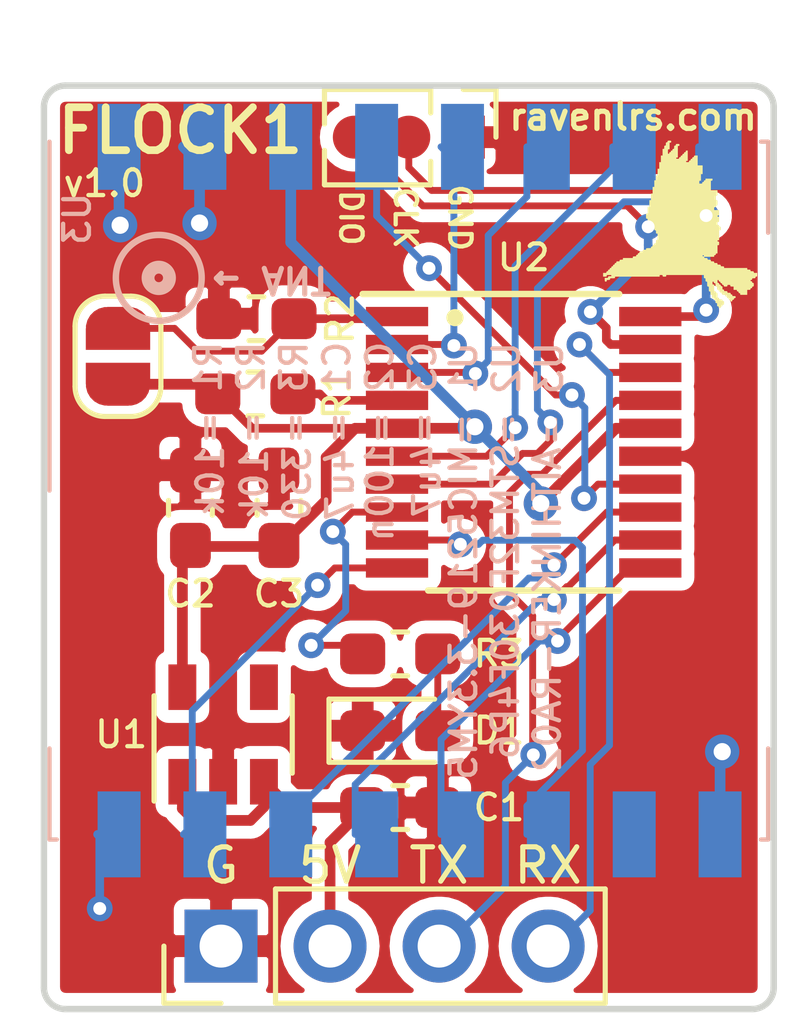
<source format=kicad_pcb>
(kicad_pcb (version 20171130) (host pcbnew "(5.1.0-0)")

  (general
    (thickness 1.6)
    (drawings 31)
    (tracks 199)
    (zones 0)
    (modules 14)
    (nets 24)
  )

  (page A4)
  (layers
    (0 F.Cu signal)
    (31 B.Cu signal)
    (32 B.Adhes user)
    (33 F.Adhes user)
    (34 B.Paste user)
    (35 F.Paste user)
    (36 B.SilkS user)
    (37 F.SilkS user)
    (38 B.Mask user)
    (39 F.Mask user)
    (40 Dwgs.User user)
    (41 Cmts.User user)
    (42 Eco1.User user)
    (43 Eco2.User user)
    (44 Edge.Cuts user)
    (45 Margin user)
    (46 B.CrtYd user)
    (47 F.CrtYd user)
    (48 B.Fab user)
    (49 F.Fab user)
  )

  (setup
    (last_trace_width 0.16)
    (trace_clearance 0.2)
    (zone_clearance 0.3)
    (zone_45_only no)
    (trace_min 0.16)
    (via_size 0.6)
    (via_drill 0.3)
    (via_min_size 0.4)
    (via_min_drill 0.3)
    (uvia_size 0.3)
    (uvia_drill 0.1)
    (uvias_allowed no)
    (uvia_min_size 0.2)
    (uvia_min_drill 0.1)
    (edge_width 0.15)
    (segment_width 0.2)
    (pcb_text_width 0.3)
    (pcb_text_size 1.5 1.5)
    (mod_edge_width 0.15)
    (mod_text_size 0.6 0.6)
    (mod_text_width 0.1)
    (pad_size 1 1)
    (pad_drill 0)
    (pad_to_mask_clearance 0.051)
    (solder_mask_min_width 0.25)
    (aux_axis_origin 0 0)
    (visible_elements FFFFFF7F)
    (pcbplotparams
      (layerselection 0x010fc_ffffffff)
      (usegerberextensions true)
      (usegerberattributes false)
      (usegerberadvancedattributes false)
      (creategerberjobfile false)
      (excludeedgelayer true)
      (linewidth 0.100000)
      (plotframeref false)
      (viasonmask false)
      (mode 1)
      (useauxorigin false)
      (hpglpennumber 1)
      (hpglpenspeed 20)
      (hpglpendiameter 15.000000)
      (psnegative false)
      (psa4output false)
      (plotreference true)
      (plotvalue true)
      (plotinvisibletext false)
      (padsonsilk false)
      (subtractmaskfromsilk false)
      (outputformat 1)
      (mirror false)
      (drillshape 0)
      (scaleselection 1)
      (outputdirectory "gerbers/"))
  )

  (net 0 "")
  (net 1 GND)
  (net 2 +5V)
  (net 3 +3V3)
  (net 4 "Net-(D1-Pad2)")
  (net 5 TX)
  (net 6 RX)
  (net 7 "Net-(R1-Pad2)")
  (net 8 LED)
  (net 9 DIO0)
  (net 10 DIO1)
  (net 11 DIO2)
  (net 12 DIO3)
  (net 13 NSS)
  (net 14 SCK)
  (net 15 MISO)
  (net 16 MOSI)
  (net 17 DIO5)
  (net 18 RESET)
  (net 19 SWCLK)
  (net 20 SWDIO)
  (net 21 "Net-(U3-Pad10)")
  (net 22 BOOT0)
  (net 23 "Net-(U1-Pad4)")

  (net_class Default "This is the default net class."
    (clearance 0.2)
    (trace_width 0.16)
    (via_dia 0.6)
    (via_drill 0.3)
    (uvia_dia 0.3)
    (uvia_drill 0.1)
    (add_net BOOT0)
    (add_net DIO0)
    (add_net DIO1)
    (add_net DIO2)
    (add_net DIO3)
    (add_net DIO5)
    (add_net LED)
    (add_net MISO)
    (add_net MOSI)
    (add_net NSS)
    (add_net "Net-(D1-Pad2)")
    (add_net "Net-(R1-Pad2)")
    (add_net "Net-(U1-Pad4)")
    (add_net "Net-(U3-Pad10)")
    (add_net RESET)
    (add_net RX)
    (add_net SCK)
    (add_net SWCLK)
    (add_net SWDIO)
    (add_net TX)
  )

  (net_class Power ""
    (clearance 0.2)
    (trace_width 0.25)
    (via_dia 0.8)
    (via_drill 0.4)
    (uvia_dia 0.3)
    (uvia_drill 0.1)
    (add_net +3V3)
    (add_net +5V)
    (add_net GND)
  )

  (module FlockOne:Raven_Logo (layer F.Cu) (tedit 0) (tstamp 5CA93449)
    (at 164.8 65.025)
    (fp_text reference G*** (at 0 0) (layer F.SilkS) hide
      (effects (font (size 1.524 1.524) (thickness 0.3)))
    )
    (fp_text value LOGO (at 0.75 0) (layer F.SilkS) hide
      (effects (font (size 1.524 1.524) (thickness 0.3)))
    )
    (fp_poly (pts (xy -0.208069 -1.939012) (xy -0.196674 -1.935828) (xy -0.192789 -1.928116) (xy -0.192424 -1.920394)
      (xy -0.195603 -1.905746) (xy -0.208121 -1.901232) (xy -0.211667 -1.901151) (xy -0.230909 -1.901151)
      (xy -0.230909 -1.747212) (xy -0.250152 -1.747212) (xy -0.259939 -1.746492) (xy -0.265676 -1.742172)
      (xy -0.268444 -1.731009) (xy -0.269323 -1.70976) (xy -0.269394 -1.689484) (xy -0.269154 -1.660122)
      (xy -0.267714 -1.64291) (xy -0.263993 -1.634607) (xy -0.25691 -1.631969) (xy -0.250152 -1.631757)
      (xy -0.235504 -1.634936) (xy -0.23099 -1.647454) (xy -0.230909 -1.651) (xy -0.22773 -1.665647)
      (xy -0.215213 -1.670161) (xy -0.211667 -1.670242) (xy -0.197019 -1.673421) (xy -0.192506 -1.685938)
      (xy -0.192424 -1.689484) (xy -0.189245 -1.704132) (xy -0.176728 -1.708646) (xy -0.173182 -1.708727)
      (xy -0.158534 -1.711906) (xy -0.154021 -1.724423) (xy -0.153939 -1.727969) (xy -0.15076 -1.742617)
      (xy -0.138243 -1.74713) (xy -0.134697 -1.747212) (xy -0.123277 -1.748459) (xy -0.11758 -1.754827)
      (xy -0.115637 -1.770252) (xy -0.115455 -1.785697) (xy -0.114831 -1.808537) (xy -0.111647 -1.819931)
      (xy -0.103935 -1.823817) (xy -0.096212 -1.824181) (xy -0.081565 -1.82736) (xy -0.077051 -1.839878)
      (xy -0.07697 -1.843424) (xy -0.075722 -1.854844) (xy -0.069354 -1.860541) (xy -0.05393 -1.862484)
      (xy -0.038485 -1.862666) (xy -0.015645 -1.862042) (xy -0.00425 -1.858859) (xy -0.000365 -1.851146)
      (xy 0 -1.843424) (xy -0.003179 -1.828776) (xy -0.015696 -1.824263) (xy -0.019242 -1.824181)
      (xy -0.038485 -1.824181) (xy -0.038485 -1.554787) (xy -0.057727 -1.554787) (xy -0.072375 -1.551608)
      (xy -0.076889 -1.539091) (xy -0.07697 -1.535545) (xy -0.075722 -1.524125) (xy -0.069354 -1.518428)
      (xy -0.05393 -1.516485) (xy -0.038485 -1.516303) (xy -0.015645 -1.516926) (xy -0.00425 -1.52011)
      (xy -0.000365 -1.527823) (xy 0 -1.535545) (xy 0.003179 -1.550192) (xy 0.015696 -1.554706)
      (xy 0.019242 -1.554787) (xy 0.03389 -1.557967) (xy 0.038404 -1.570484) (xy 0.038485 -1.57403)
      (xy 0.041664 -1.588677) (xy 0.054181 -1.593191) (xy 0.057727 -1.593272) (xy 0.072375 -1.596451)
      (xy 0.076888 -1.608969) (xy 0.07697 -1.612515) (xy 0.080149 -1.627162) (xy 0.092666 -1.631676)
      (xy 0.096212 -1.631757) (xy 0.110859 -1.634936) (xy 0.115373 -1.647454) (xy 0.115454 -1.651)
      (xy 0.118634 -1.665647) (xy 0.131151 -1.670161) (xy 0.134697 -1.670242) (xy 0.149344 -1.673421)
      (xy 0.153858 -1.685938) (xy 0.153939 -1.689484) (xy 0.157118 -1.704132) (xy 0.169636 -1.708646)
      (xy 0.173182 -1.708727) (xy 0.192424 -1.708727) (xy 0.192424 -1.477818) (xy 0.173182 -1.477818)
      (xy 0.158534 -1.474639) (xy 0.154021 -1.462121) (xy 0.153939 -1.458575) (xy 0.155187 -1.447155)
      (xy 0.161555 -1.441458) (xy 0.176979 -1.439515) (xy 0.192424 -1.439333) (xy 0.215265 -1.439957)
      (xy 0.226659 -1.443141) (xy 0.230544 -1.450853) (xy 0.230909 -1.458575) (xy 0.234088 -1.473223)
      (xy 0.246605 -1.477737) (xy 0.250151 -1.477818) (xy 0.264799 -1.480997) (xy 0.269313 -1.493514)
      (xy 0.269394 -1.49706) (xy 0.272573 -1.511708) (xy 0.28509 -1.516221) (xy 0.288636 -1.516303)
      (xy 0.303284 -1.519482) (xy 0.307797 -1.531999) (xy 0.307879 -1.535545) (xy 0.311058 -1.550192)
      (xy 0.323575 -1.554706) (xy 0.327121 -1.554787) (xy 0.341769 -1.557967) (xy 0.346282 -1.570484)
      (xy 0.346364 -1.57403) (xy 0.347611 -1.58545) (xy 0.353979 -1.591147) (xy 0.369404 -1.59309)
      (xy 0.384848 -1.593272) (xy 0.423333 -1.593272) (xy 0.423333 -1.362363) (xy 0.538788 -1.362363)
      (xy 0.538788 -1.169939) (xy 0.500303 -1.169939) (xy 0.500303 -1.016) (xy 0.481061 -1.016)
      (xy 0.46964 -1.014752) (xy 0.463943 -1.008384) (xy 0.462 -0.99296) (xy 0.461818 -0.977515)
      (xy 0.461818 -0.93903) (xy 0.500303 -0.93903) (xy 0.523143 -0.939654) (xy 0.534538 -0.942838)
      (xy 0.538423 -0.95055) (xy 0.538788 -0.958272) (xy 0.541967 -0.97292) (xy 0.554484 -0.977433)
      (xy 0.55803 -0.977515) (xy 0.572678 -0.980694) (xy 0.577191 -0.993211) (xy 0.577273 -0.996757)
      (xy 0.580452 -1.011405) (xy 0.592969 -1.015918) (xy 0.596515 -1.016) (xy 0.611163 -1.019179)
      (xy 0.615676 -1.031696) (xy 0.615758 -1.035242) (xy 0.615758 -1.054484) (xy 0.769697 -1.054484)
      (xy 0.769697 -1.035242) (xy 0.766518 -1.020595) (xy 0.754001 -1.016081) (xy 0.750454 -1.016)
      (xy 0.731212 -1.016) (xy 0.731212 -0.78509) (xy 0.885151 -0.78509) (xy 0.885151 -0.727363)
      (xy 0.884912 -0.698001) (xy 0.883472 -0.680789) (xy 0.879751 -0.672486) (xy 0.872668 -0.669848)
      (xy 0.865909 -0.669636) (xy 0.856122 -0.668917) (xy 0.850384 -0.664597) (xy 0.847617 -0.653433)
      (xy 0.846737 -0.632184) (xy 0.846667 -0.611909) (xy 0.846906 -0.582546) (xy 0.848346 -0.565335)
      (xy 0.852067 -0.557031) (xy 0.85915 -0.554394) (xy 0.865909 -0.554181) (xy 0.875697 -0.553462)
      (xy 0.881434 -0.549142) (xy 0.884201 -0.537979) (xy 0.885081 -0.51673) (xy 0.885151 -0.496454)
      (xy 0.884912 -0.467092) (xy 0.883472 -0.44988) (xy 0.879751 -0.441577) (xy 0.872668 -0.438939)
      (xy 0.865909 -0.438727) (xy 0.851262 -0.435548) (xy 0.846748 -0.423031) (xy 0.846667 -0.419484)
      (xy 0.843488 -0.404837) (xy 0.83097 -0.400323) (xy 0.827424 -0.400242) (xy 0.816004 -0.398994)
      (xy 0.810307 -0.392627) (xy 0.808364 -0.377202) (xy 0.808182 -0.361757) (xy 0.808182 -0.323272)
      (xy 0.923636 -0.323272) (xy 0.923636 -0.265545) (xy 0.923396 -0.236183) (xy 0.921956 -0.218971)
      (xy 0.918235 -0.210668) (xy 0.911152 -0.20803) (xy 0.904394 -0.207818) (xy 0.889746 -0.204639)
      (xy 0.885233 -0.192121) (xy 0.885151 -0.188575) (xy 0.88833 -0.173928) (xy 0.900848 -0.169414)
      (xy 0.904394 -0.169333) (xy 0.914181 -0.168613) (xy 0.919919 -0.164293) (xy 0.922686 -0.15313)
      (xy 0.923566 -0.131881) (xy 0.923636 -0.111606) (xy 0.923396 -0.082243) (xy 0.921956 -0.065032)
      (xy 0.918235 -0.056728) (xy 0.911152 -0.054091) (xy 0.904394 -0.053878) (xy 0.892974 -0.052631)
      (xy 0.887276 -0.046263) (xy 0.885334 -0.030838) (xy 0.885151 -0.015394) (xy 0.885775 0.007447)
      (xy 0.888959 0.018841) (xy 0.896671 0.022727) (xy 0.904394 0.023091) (xy 0.919041 0.02627)
      (xy 0.923555 0.038788) (xy 0.923636 0.042334) (xy 0.926815 0.056981) (xy 0.939333 0.061495)
      (xy 0.942879 0.061576) (xy 0.954299 0.062824) (xy 0.959996 0.069192) (xy 0.961939 0.084616)
      (xy 0.962121 0.100061) (xy 0.961497 0.122901) (xy 0.958313 0.134296) (xy 0.950601 0.138181)
      (xy 0.942879 0.138546) (xy 0.923636 0.138546) (xy 0.923636 0.369455) (xy 0.904394 0.369455)
      (xy 0.889746 0.372634) (xy 0.885233 0.385151) (xy 0.885151 0.388697) (xy 0.88833 0.403345)
      (xy 0.900848 0.407859) (xy 0.904394 0.40794) (xy 0.915814 0.409188) (xy 0.921511 0.415555)
      (xy 0.923454 0.43098) (xy 0.923636 0.446425) (xy 0.923012 0.469265) (xy 0.919829 0.48066)
      (xy 0.912116 0.484545) (xy 0.904394 0.48491) (xy 0.885151 0.48491) (xy 0.885151 0.677334)
      (xy 0.865909 0.677334) (xy 0.851262 0.680513) (xy 0.846748 0.69303) (xy 0.846667 0.696576)
      (xy 0.843488 0.711224) (xy 0.83097 0.715737) (xy 0.827424 0.715819) (xy 0.812777 0.718998)
      (xy 0.808263 0.731515) (xy 0.808182 0.735061) (xy 0.808182 0.754303) (xy 0.577273 0.754303)
      (xy 0.577273 0.773546) (xy 0.57852 0.784966) (xy 0.584888 0.790663) (xy 0.600313 0.792606)
      (xy 0.615758 0.792788) (xy 0.638598 0.793412) (xy 0.649992 0.796596) (xy 0.653878 0.804308)
      (xy 0.654242 0.812031) (xy 0.65549 0.823451) (xy 0.661858 0.829148) (xy 0.677282 0.831091)
      (xy 0.692727 0.831273) (xy 0.715568 0.831897) (xy 0.726962 0.835081) (xy 0.730847 0.842793)
      (xy 0.731212 0.850516) (xy 0.73246 0.861936) (xy 0.738828 0.867633) (xy 0.754252 0.869576)
      (xy 0.769697 0.869758) (xy 0.792537 0.870382) (xy 0.803932 0.873566) (xy 0.807817 0.881278)
      (xy 0.808182 0.889) (xy 0.809429 0.900421) (xy 0.815797 0.906118) (xy 0.831222 0.908061)
      (xy 0.846667 0.908243) (xy 0.869507 0.908867) (xy 0.880901 0.912051) (xy 0.884787 0.919763)
      (xy 0.885151 0.927485) (xy 0.886399 0.938905) (xy 0.892767 0.944603) (xy 0.908191 0.946545)
      (xy 0.923636 0.946728) (xy 0.946477 0.947352) (xy 0.957871 0.950535) (xy 0.961757 0.958248)
      (xy 0.962121 0.96597) (xy 0.963369 0.97739) (xy 0.969737 0.983088) (xy 0.985161 0.98503)
      (xy 1.000606 0.985213) (xy 1.023446 0.985836) (xy 1.034841 0.98902) (xy 1.038726 0.996733)
      (xy 1.039091 1.004455) (xy 1.039091 1.023697) (xy 1.577879 1.023697) (xy 1.577879 1.04294)
      (xy 1.579126 1.05436) (xy 1.585494 1.060057) (xy 1.600919 1.062) (xy 1.616364 1.062182)
      (xy 1.639204 1.062806) (xy 1.650598 1.06599) (xy 1.654484 1.073702) (xy 1.654848 1.081425)
      (xy 1.656096 1.092845) (xy 1.662464 1.098542) (xy 1.677888 1.100485) (xy 1.693333 1.100667)
      (xy 1.716174 1.101291) (xy 1.727568 1.104475) (xy 1.731454 1.112187) (xy 1.731818 1.11991)
      (xy 1.733066 1.13133) (xy 1.739434 1.137027) (xy 1.754858 1.13897) (xy 1.770303 1.139152)
      (xy 1.808788 1.139152) (xy 1.808788 1.177637) (xy 1.808164 1.200477) (xy 1.80498 1.211872)
      (xy 1.797268 1.215757) (xy 1.789545 1.216122) (xy 1.774898 1.219301) (xy 1.770384 1.231818)
      (xy 1.770303 1.235364) (xy 1.769055 1.246784) (xy 1.762687 1.252481) (xy 1.747263 1.254424)
      (xy 1.731818 1.254606) (xy 1.708978 1.25523) (xy 1.697583 1.258414) (xy 1.693698 1.266126)
      (xy 1.693333 1.273849) (xy 1.690154 1.288496) (xy 1.677637 1.29301) (xy 1.674091 1.293091)
      (xy 1.659443 1.29627) (xy 1.65493 1.308788) (xy 1.654848 1.312334) (xy 1.658027 1.326981)
      (xy 1.670545 1.331495) (xy 1.674091 1.331576) (xy 1.688738 1.334755) (xy 1.693252 1.347273)
      (xy 1.693333 1.350819) (xy 1.696512 1.365466) (xy 1.70903 1.36998) (xy 1.712576 1.370061)
      (xy 1.723996 1.371309) (xy 1.729693 1.377677) (xy 1.731636 1.393101) (xy 1.731818 1.408546)
      (xy 1.731194 1.431386) (xy 1.72801 1.442781) (xy 1.720298 1.446666) (xy 1.712576 1.447031)
      (xy 1.697928 1.45021) (xy 1.693415 1.462727) (xy 1.693333 1.466273) (xy 1.690154 1.480921)
      (xy 1.677637 1.485434) (xy 1.674091 1.485516) (xy 1.659443 1.488695) (xy 1.65493 1.501212)
      (xy 1.654848 1.504758) (xy 1.653601 1.516178) (xy 1.647233 1.521875) (xy 1.631808 1.523818)
      (xy 1.616364 1.524) (xy 1.577879 1.524) (xy 1.577879 1.639455) (xy 1.423939 1.639455)
      (xy 1.423939 1.620213) (xy 1.42076 1.605565) (xy 1.408243 1.601051) (xy 1.404697 1.60097)
      (xy 1.390049 1.597791) (xy 1.385536 1.585274) (xy 1.385454 1.581728) (xy 1.382275 1.56708)
      (xy 1.369758 1.562567) (xy 1.366212 1.562485) (xy 1.351565 1.559306) (xy 1.347051 1.546789)
      (xy 1.34697 1.543243) (xy 1.345722 1.531823) (xy 1.339354 1.526125) (xy 1.32393 1.524183)
      (xy 1.308485 1.524) (xy 1.27 1.524) (xy 1.27 1.447031) (xy 1.231515 1.447031)
      (xy 1.208675 1.446407) (xy 1.19728 1.443223) (xy 1.193395 1.435511) (xy 1.19303 1.427788)
      (xy 1.191782 1.416368) (xy 1.185415 1.410671) (xy 1.16999 1.408728) (xy 1.154545 1.408546)
      (xy 1.131705 1.40917) (xy 1.12031 1.412354) (xy 1.116425 1.420066) (xy 1.116061 1.427788)
      (xy 1.114813 1.439208) (xy 1.108445 1.444906) (xy 1.093021 1.446848) (xy 1.077576 1.447031)
      (xy 1.054735 1.446407) (xy 1.043341 1.443223) (xy 1.039455 1.435511) (xy 1.039091 1.427788)
      (xy 1.035912 1.413141) (xy 1.023394 1.408627) (xy 1.019848 1.408546) (xy 1.005201 1.405367)
      (xy 1.000687 1.39285) (xy 1.000606 1.389303) (xy 0.997427 1.374656) (xy 0.98491 1.370142)
      (xy 0.981364 1.370061) (xy 0.966716 1.366882) (xy 0.962202 1.354365) (xy 0.962121 1.350819)
      (xy 0.958942 1.336171) (xy 0.946425 1.331657) (xy 0.942879 1.331576) (xy 0.928231 1.328397)
      (xy 0.923718 1.31588) (xy 0.923636 1.312334) (xy 0.920457 1.297686) (xy 0.90794 1.293173)
      (xy 0.904394 1.293091) (xy 0.892974 1.294339) (xy 0.887276 1.300707) (xy 0.885334 1.316131)
      (xy 0.885151 1.331576) (xy 0.885775 1.354417) (xy 0.888959 1.365811) (xy 0.896671 1.369696)
      (xy 0.904394 1.370061) (xy 0.919041 1.37324) (xy 0.923555 1.385757) (xy 0.923636 1.389303)
      (xy 0.926815 1.403951) (xy 0.939333 1.408465) (xy 0.942879 1.408546) (xy 0.957526 1.411725)
      (xy 0.96204 1.424242) (xy 0.962121 1.427788) (xy 0.9653 1.442436) (xy 0.977817 1.446949)
      (xy 0.981364 1.447031) (xy 0.992784 1.448278) (xy 0.998481 1.454646) (xy 1.000424 1.470071)
      (xy 1.000606 1.485516) (xy 1.00123 1.508356) (xy 1.004414 1.51975) (xy 1.012126 1.523636)
      (xy 1.019848 1.524) (xy 1.034496 1.527179) (xy 1.03901 1.539697) (xy 1.039091 1.543243)
      (xy 1.040339 1.554663) (xy 1.046706 1.56036) (xy 1.062131 1.562303) (xy 1.077576 1.562485)
      (xy 1.100416 1.563109) (xy 1.111811 1.566293) (xy 1.115696 1.574005) (xy 1.116061 1.581728)
      (xy 1.117308 1.593148) (xy 1.123676 1.598845) (xy 1.139101 1.600788) (xy 1.154545 1.60097)
      (xy 1.177386 1.601594) (xy 1.18878 1.604778) (xy 1.192666 1.61249) (xy 1.19303 1.620213)
      (xy 1.196209 1.63486) (xy 1.208727 1.639374) (xy 1.212273 1.639455) (xy 1.22692 1.642634)
      (xy 1.231434 1.655151) (xy 1.231515 1.658697) (xy 1.232763 1.670118) (xy 1.239131 1.675815)
      (xy 1.254555 1.677758) (xy 1.27 1.67794) (xy 1.29284 1.678564) (xy 1.304235 1.681748)
      (xy 1.30812 1.68946) (xy 1.308485 1.697182) (xy 1.305306 1.71183) (xy 1.292788 1.716343)
      (xy 1.289242 1.716425) (xy 1.274595 1.719604) (xy 1.270081 1.732121) (xy 1.27 1.735667)
      (xy 1.266821 1.750315) (xy 1.254304 1.754828) (xy 1.250758 1.75491) (xy 1.23611 1.758089)
      (xy 1.231596 1.770606) (xy 1.231515 1.774152) (xy 1.228336 1.788799) (xy 1.215819 1.793313)
      (xy 1.212273 1.793394) (xy 1.197625 1.790215) (xy 1.193111 1.777698) (xy 1.19303 1.774152)
      (xy 1.189851 1.759504) (xy 1.177334 1.754991) (xy 1.173788 1.75491) (xy 1.15914 1.75173)
      (xy 1.154627 1.739213) (xy 1.154545 1.735667) (xy 1.151366 1.72102) (xy 1.138849 1.716506)
      (xy 1.135303 1.716425) (xy 1.120656 1.713246) (xy 1.116142 1.700728) (xy 1.116061 1.697182)
      (xy 1.112881 1.682535) (xy 1.100364 1.678021) (xy 1.096818 1.67794) (xy 1.082171 1.674761)
      (xy 1.077657 1.662243) (xy 1.077576 1.658697) (xy 1.076328 1.647277) (xy 1.06996 1.64158)
      (xy 1.054536 1.639637) (xy 1.039091 1.639455) (xy 1.01625 1.638831) (xy 1.004856 1.635647)
      (xy 1.000971 1.627935) (xy 1.000606 1.620213) (xy 0.997427 1.605565) (xy 0.98491 1.601051)
      (xy 0.981364 1.60097) (xy 0.966716 1.597791) (xy 0.962202 1.585274) (xy 0.962121 1.581728)
      (xy 0.958942 1.56708) (xy 0.946425 1.562567) (xy 0.942879 1.562485) (xy 0.928231 1.559306)
      (xy 0.923718 1.546789) (xy 0.923636 1.543243) (xy 0.920457 1.528595) (xy 0.90794 1.524082)
      (xy 0.904394 1.524) (xy 0.892974 1.522753) (xy 0.887276 1.516385) (xy 0.885334 1.50096)
      (xy 0.885151 1.485516) (xy 0.884528 1.462675) (xy 0.881344 1.451281) (xy 0.873631 1.447395)
      (xy 0.865909 1.447031) (xy 0.854489 1.445783) (xy 0.848792 1.439415) (xy 0.846849 1.423991)
      (xy 0.846667 1.408546) (xy 0.846043 1.385705) (xy 0.842859 1.374311) (xy 0.835147 1.370426)
      (xy 0.827424 1.370061) (xy 0.812777 1.366882) (xy 0.808263 1.354365) (xy 0.808182 1.350819)
      (xy 0.805003 1.336171) (xy 0.792485 1.331657) (xy 0.788939 1.331576) (xy 0.777519 1.332824)
      (xy 0.771822 1.339192) (xy 0.769879 1.354616) (xy 0.769697 1.370061) (xy 0.770321 1.392901)
      (xy 0.773505 1.404296) (xy 0.781217 1.408181) (xy 0.788939 1.408546) (xy 0.808182 1.408546)
      (xy 0.808182 1.562485) (xy 0.827424 1.562485) (xy 0.842072 1.565664) (xy 0.846585 1.578182)
      (xy 0.846667 1.581728) (xy 0.849846 1.596375) (xy 0.862363 1.600889) (xy 0.865909 1.60097)
      (xy 0.875697 1.60169) (xy 0.881434 1.60601) (xy 0.884201 1.617173) (xy 0.885081 1.638422)
      (xy 0.885151 1.658697) (xy 0.885391 1.68806) (xy 0.886831 1.705272) (xy 0.890552 1.713575)
      (xy 0.897635 1.716212) (xy 0.904394 1.716425) (xy 0.919041 1.719604) (xy 0.923555 1.732121)
      (xy 0.923636 1.735667) (xy 0.924884 1.747087) (xy 0.931252 1.752785) (xy 0.946676 1.754727)
      (xy 0.962121 1.75491) (xy 0.984962 1.755533) (xy 0.996356 1.758717) (xy 1.000241 1.766429)
      (xy 1.000606 1.774152) (xy 1.003785 1.788799) (xy 1.016302 1.793313) (xy 1.019848 1.793394)
      (xy 1.031269 1.794642) (xy 1.036966 1.80101) (xy 1.038909 1.816434) (xy 1.039091 1.831879)
      (xy 1.038467 1.85472) (xy 1.035283 1.866114) (xy 1.027571 1.869999) (xy 1.019848 1.870364)
      (xy 1.005201 1.873543) (xy 1.000687 1.88606) (xy 1.000606 1.889606) (xy 0.997427 1.904254)
      (xy 0.98491 1.908768) (xy 0.981364 1.908849) (xy 0.966716 1.912028) (xy 0.962202 1.924545)
      (xy 0.962121 1.928091) (xy 0.958942 1.942739) (xy 0.946425 1.947252) (xy 0.942879 1.947334)
      (xy 0.928231 1.944155) (xy 0.923718 1.931637) (xy 0.923636 1.928091) (xy 0.920457 1.913444)
      (xy 0.90794 1.90893) (xy 0.904394 1.908849) (xy 0.892974 1.907601) (xy 0.887276 1.901233)
      (xy 0.885334 1.885809) (xy 0.885151 1.870364) (xy 0.884528 1.847524) (xy 0.881344 1.836129)
      (xy 0.873631 1.832244) (xy 0.865909 1.831879) (xy 0.854489 1.830631) (xy 0.848792 1.824264)
      (xy 0.846849 1.808839) (xy 0.846667 1.793394) (xy 0.846043 1.770554) (xy 0.842859 1.759159)
      (xy 0.835147 1.755274) (xy 0.827424 1.75491) (xy 0.812777 1.75173) (xy 0.808263 1.739213)
      (xy 0.808182 1.735667) (xy 0.805003 1.72102) (xy 0.792485 1.716506) (xy 0.788939 1.716425)
      (xy 0.777519 1.715177) (xy 0.771822 1.708809) (xy 0.769879 1.693385) (xy 0.769697 1.67794)
      (xy 0.769073 1.655099) (xy 0.765889 1.643705) (xy 0.758177 1.63982) (xy 0.750454 1.639455)
      (xy 0.739034 1.638207) (xy 0.733337 1.631839) (xy 0.731394 1.616415) (xy 0.731212 1.60097)
      (xy 0.730588 1.57813) (xy 0.727404 1.566735) (xy 0.719692 1.56285) (xy 0.71197 1.562485)
      (xy 0.702182 1.561766) (xy 0.696445 1.557446) (xy 0.693677 1.546283) (xy 0.692798 1.525034)
      (xy 0.692727 1.504758) (xy 0.692487 1.475395) (xy 0.691047 1.458184) (xy 0.687326 1.449881)
      (xy 0.680243 1.447243) (xy 0.673485 1.447031) (xy 0.663697 1.446311) (xy 0.65796 1.441991)
      (xy 0.655192 1.430828) (xy 0.654313 1.409579) (xy 0.654242 1.389303) (xy 0.654003 1.359941)
      (xy 0.652563 1.342729) (xy 0.648841 1.334426) (xy 0.641759 1.331788) (xy 0.635 1.331576)
      (xy 0.62358 1.330328) (xy 0.617882 1.323961) (xy 0.61594 1.308536) (xy 0.615758 1.293091)
      (xy 0.615134 1.270251) (xy 0.61195 1.258856) (xy 0.604238 1.254971) (xy 0.596515 1.254606)
      (xy 0.585095 1.253359) (xy 0.579398 1.246991) (xy 0.577455 1.231566) (xy 0.577273 1.216122)
      (xy 0.577273 1.177637) (xy -0.307879 1.177637) (xy -0.307879 1.196879) (xy -0.309127 1.208299)
      (xy -0.315494 1.213997) (xy -0.330919 1.215939) (xy -0.346364 1.216122) (xy -0.369204 1.215498)
      (xy -0.380599 1.212314) (xy -0.384484 1.204602) (xy -0.384849 1.196879) (xy -0.386096 1.185459)
      (xy -0.392464 1.179762) (xy -0.407889 1.177819) (xy -0.423333 1.177637) (xy -0.446174 1.178261)
      (xy -0.457568 1.181445) (xy -0.461454 1.189157) (xy -0.461818 1.196879) (xy -0.461818 1.216122)
      (xy -1.500909 1.216122) (xy -1.500909 1.235364) (xy -1.501629 1.245152) (xy -1.505949 1.250889)
      (xy -1.517112 1.253657) (xy -1.538361 1.254536) (xy -1.558636 1.254606) (xy -1.587999 1.254846)
      (xy -1.605211 1.256286) (xy -1.613514 1.260007) (xy -1.616152 1.26709) (xy -1.616364 1.273849)
      (xy -1.617611 1.285269) (xy -1.623979 1.290966) (xy -1.639404 1.292909) (xy -1.654849 1.293091)
      (xy -1.677689 1.293715) (xy -1.689083 1.296899) (xy -1.692969 1.304611) (xy -1.693333 1.312334)
      (xy -1.696512 1.326981) (xy -1.70903 1.331495) (xy -1.712576 1.331576) (xy -1.723996 1.330328)
      (xy -1.729693 1.323961) (xy -1.731636 1.308536) (xy -1.731818 1.293091) (xy -1.731818 1.254606)
      (xy -1.693333 1.254606) (xy -1.670493 1.253983) (xy -1.659099 1.250799) (xy -1.655213 1.243086)
      (xy -1.654849 1.235364) (xy -1.653601 1.223944) (xy -1.647233 1.218247) (xy -1.631809 1.216304)
      (xy -1.616364 1.216122) (xy -1.593523 1.215498) (xy -1.582129 1.212314) (xy -1.578243 1.204602)
      (xy -1.577879 1.196879) (xy -1.578598 1.187092) (xy -1.582918 1.181354) (xy -1.594081 1.178587)
      (xy -1.61533 1.177708) (xy -1.635606 1.177637) (xy -1.664969 1.177877) (xy -1.68218 1.179317)
      (xy -1.690484 1.183038) (xy -1.693121 1.190121) (xy -1.693333 1.196879) (xy -1.694581 1.208299)
      (xy -1.700949 1.213997) (xy -1.716373 1.215939) (xy -1.731818 1.216122) (xy -1.770303 1.216122)
      (xy -1.770303 1.139152) (xy -1.731818 1.139152) (xy -1.708978 1.138528) (xy -1.697583 1.135344)
      (xy -1.693698 1.127632) (xy -1.693333 1.11991) (xy -1.690154 1.105262) (xy -1.677637 1.100748)
      (xy -1.674091 1.100667) (xy -1.659444 1.097488) (xy -1.65493 1.084971) (xy -1.654849 1.081425)
      (xy -1.65167 1.066777) (xy -1.639152 1.062263) (xy -1.635606 1.062182) (xy -1.620959 1.059003)
      (xy -1.616445 1.046486) (xy -1.616364 1.04294) (xy -1.613185 1.028292) (xy -1.600667 1.023779)
      (xy -1.597121 1.023697) (xy -1.582474 1.020518) (xy -1.57796 1.008001) (xy -1.577879 1.004455)
      (xy -1.5747 0.989808) (xy -1.562183 0.985294) (xy -1.558636 0.985213) (xy -1.543989 0.982033)
      (xy -1.539475 0.969516) (xy -1.539394 0.96597) (xy -1.536215 0.951323) (xy -1.523698 0.946809)
      (xy -1.520152 0.946728) (xy -1.505504 0.943549) (xy -1.50099 0.931031) (xy -1.500909 0.927485)
      (xy -1.49773 0.912838) (xy -1.485213 0.908324) (xy -1.481667 0.908243) (xy -1.467019 0.905064)
      (xy -1.462506 0.892546) (xy -1.462424 0.889) (xy -1.461177 0.87758) (xy -1.454809 0.871883)
      (xy -1.439384 0.86994) (xy -1.423939 0.869758) (xy -1.401099 0.869134) (xy -1.389705 0.86595)
      (xy -1.385819 0.858238) (xy -1.385455 0.850516) (xy -1.384207 0.839095) (xy -1.377839 0.833398)
      (xy -1.362415 0.831455) (xy -1.34697 0.831273) (xy -1.324129 0.830649) (xy -1.312735 0.827465)
      (xy -1.308849 0.819753) (xy -1.308485 0.812031) (xy -1.308485 0.792788) (xy -1.077576 0.792788)
      (xy -1.077576 0.773546) (xy -1.076328 0.762126) (xy -1.06996 0.756428) (xy -1.054536 0.754486)
      (xy -1.039091 0.754303) (xy -1.016251 0.75368) (xy -1.004856 0.750496) (xy -1.000971 0.742783)
      (xy -1.000606 0.735061) (xy 0.538788 0.735061) (xy 0.541967 0.749708) (xy 0.554484 0.754222)
      (xy 0.55803 0.754303) (xy 0.572678 0.751124) (xy 0.577191 0.738607) (xy 0.577273 0.735061)
      (xy 0.574094 0.720414) (xy 0.561576 0.7159) (xy 0.55803 0.715819) (xy 0.543383 0.718998)
      (xy 0.538869 0.731515) (xy 0.538788 0.735061) (xy -1.000606 0.735061) (xy -0.997427 0.720414)
      (xy -0.98491 0.7159) (xy -0.981364 0.715819) (xy -0.966716 0.71264) (xy -0.962203 0.700122)
      (xy -0.962121 0.696576) (xy -0.958942 0.681929) (xy -0.946425 0.677415) (xy -0.942879 0.677334)
      (xy -0.928231 0.674155) (xy -0.923718 0.661637) (xy -0.923636 0.658091) (xy -0.922389 0.646671)
      (xy -0.916021 0.640974) (xy -0.900596 0.639031) (xy -0.885152 0.638849) (xy -0.862311 0.638225)
      (xy -0.850917 0.635041) (xy -0.847031 0.627329) (xy -0.846667 0.619606) (xy -0.845419 0.608186)
      (xy -0.839051 0.602489) (xy -0.823627 0.600546) (xy -0.808182 0.600364) (xy -0.785342 0.59974)
      (xy -0.773947 0.596556) (xy -0.770062 0.588844) (xy -0.769697 0.581122) (xy -0.768978 0.571334)
      (xy -0.764658 0.565597) (xy -0.753494 0.562829) (xy -0.732246 0.56195) (xy -0.71197 0.561879)
      (xy -0.682607 0.561639) (xy -0.665396 0.560199) (xy -0.657092 0.556478) (xy -0.654455 0.549395)
      (xy -0.654242 0.542637) (xy -0.651063 0.527989) (xy -0.638546 0.523476) (xy -0.635 0.523394)
      (xy -0.620353 0.520215) (xy -0.615839 0.507698) (xy -0.615758 0.504152) (xy -0.612579 0.489504)
      (xy -0.600061 0.484991) (xy -0.596515 0.48491) (xy -0.581868 0.48173) (xy -0.577354 0.469213)
      (xy -0.577273 0.465667) (xy -0.574094 0.45102) (xy -0.561576 0.446506) (xy -0.55803 0.446425)
      (xy -0.54661 0.445177) (xy -0.540913 0.438809) (xy -0.53897 0.423385) (xy -0.538788 0.40794)
      (xy -0.538164 0.385099) (xy -0.53498 0.373705) (xy -0.527268 0.36982) (xy -0.519546 0.369455)
      (xy -0.500303 0.369455) (xy -0.500303 0.215516) (xy -0.519546 0.215516) (xy -0.530966 0.214268)
      (xy -0.536663 0.2079) (xy -0.538606 0.192476) (xy -0.538788 0.177031) (xy -0.539412 0.15419)
      (xy -0.542596 0.142796) (xy -0.550308 0.13891) (xy -0.55803 0.138546) (xy -0.569451 0.137298)
      (xy -0.575148 0.13093) (xy -0.577091 0.115506) (xy -0.577273 0.100061) (xy -0.577273 0.061576)
      (xy -0.615758 0.061576) (xy -0.638598 0.060952) (xy -0.649993 0.057768) (xy -0.653878 0.050056)
      (xy -0.654242 0.042334) (xy -0.657422 0.027686) (xy -0.669939 0.023173) (xy -0.673485 0.023091)
      (xy -0.688132 0.019912) (xy -0.692646 0.007395) (xy -0.692727 0.003849) (xy -0.695906 -0.010799)
      (xy -0.708424 -0.015312) (xy -0.71197 -0.015394) (xy -0.721757 -0.016113) (xy -0.727494 -0.020433)
      (xy -0.730262 -0.031596) (xy -0.731141 -0.052845) (xy -0.731212 -0.073121) (xy -0.731452 -0.102483)
      (xy -0.732892 -0.119695) (xy -0.736613 -0.127998) (xy -0.743696 -0.130636) (xy -0.750455 -0.130848)
      (xy -0.760242 -0.131568) (xy -0.765979 -0.135888) (xy -0.768747 -0.147051) (xy -0.769626 -0.1683)
      (xy -0.769697 -0.188575) (xy -0.769457 -0.217938) (xy -0.768017 -0.235149) (xy -0.764296 -0.243453)
      (xy -0.757213 -0.24609) (xy -0.750455 -0.246303) (xy -0.731212 -0.246303) (xy -0.731212 -0.400242)
      (xy -0.692727 -0.400242) (xy -0.692727 -0.554181) (xy -0.654242 -0.554181) (xy -0.654242 -0.708121)
      (xy -0.615758 -0.708121) (xy -0.615758 -0.86206) (xy -0.577273 -0.86206) (xy -0.577273 -1.016)
      (xy -0.55803 -1.016) (xy -0.548243 -1.016719) (xy -0.542506 -1.021039) (xy -0.539738 -1.032202)
      (xy -0.538859 -1.053451) (xy -0.538788 -1.073727) (xy -0.538548 -1.103089) (xy -0.537108 -1.120301)
      (xy -0.533387 -1.128604) (xy -0.526304 -1.131242) (xy -0.519546 -1.131454) (xy -0.500303 -1.131454)
      (xy -0.500303 -1.285394) (xy -0.461818 -1.285394) (xy -0.461818 -1.439333) (xy -0.423333 -1.439333)
      (xy -0.423333 -1.593272) (xy -0.384849 -1.593272) (xy -0.384849 -1.747212) (xy -0.365606 -1.747212)
      (xy -0.354186 -1.748459) (xy -0.348489 -1.754827) (xy -0.346546 -1.770252) (xy -0.346364 -1.785697)
      (xy -0.34574 -1.808537) (xy -0.342556 -1.819931) (xy -0.334844 -1.823817) (xy -0.327121 -1.824181)
      (xy -0.315701 -1.825429) (xy -0.310004 -1.831797) (xy -0.308061 -1.847221) (xy -0.307879 -1.862666)
      (xy -0.307255 -1.885507) (xy -0.304071 -1.896901) (xy -0.296359 -1.900787) (xy -0.288636 -1.901151)
      (xy -0.273989 -1.90433) (xy -0.269475 -1.916847) (xy -0.269394 -1.920394) (xy -0.268146 -1.931814)
      (xy -0.261779 -1.937511) (xy -0.246354 -1.939454) (xy -0.230909 -1.939636) (xy -0.208069 -1.939012)) (layer F.SilkS) (width 0.01))
  )

  (module Capacitor_SMD:C_0603_1608Metric_Pad1.05x0.95mm_HandSolder (layer F.Cu) (tedit 5CA0ED60) (tstamp 5CB2C594)
    (at 158.3 78.6)
    (descr "Capacitor SMD 0603 (1608 Metric), square (rectangular) end terminal, IPC_7351 nominal with elongated pad for handsoldering. (Body size source: http://www.tortai-tech.com/upload/download/2011102023233369053.pdf), generated with kicad-footprint-generator")
    (tags "capacitor handsolder")
    (path /5C9FF12E)
    (attr smd)
    (fp_text reference C1 (at 2.3 0 -180) (layer F.SilkS)
      (effects (font (size 0.6 0.6) (thickness 0.1)))
    )
    (fp_text value 4u7 (at -1.4 -7.525 270) (layer B.SilkS)
      (effects (font (size 0.6 0.6) (thickness 0.1)) (justify mirror))
    )
    (fp_line (start -0.8 0.4) (end -0.8 -0.4) (layer F.Fab) (width 0.1))
    (fp_line (start -0.8 -0.4) (end 0.8 -0.4) (layer F.Fab) (width 0.1))
    (fp_line (start 0.8 -0.4) (end 0.8 0.4) (layer F.Fab) (width 0.1))
    (fp_line (start 0.8 0.4) (end -0.8 0.4) (layer F.Fab) (width 0.1))
    (fp_line (start -0.171267 -0.51) (end 0.171267 -0.51) (layer F.SilkS) (width 0.12))
    (fp_line (start -0.171267 0.51) (end 0.171267 0.51) (layer F.SilkS) (width 0.12))
    (fp_line (start -1.65 0.73) (end -1.65 -0.73) (layer F.CrtYd) (width 0.05))
    (fp_line (start -1.65 -0.73) (end 1.65 -0.73) (layer F.CrtYd) (width 0.05))
    (fp_line (start 1.65 -0.73) (end 1.65 0.73) (layer F.CrtYd) (width 0.05))
    (fp_line (start 1.65 0.73) (end -1.65 0.73) (layer F.CrtYd) (width 0.05))
    (fp_text user %R (at 0 0) (layer F.Fab)
      (effects (font (size 0.4 0.4) (thickness 0.06)))
    )
    (pad 1 smd roundrect (at -0.875 0) (size 1.05 0.95) (layers F.Cu F.Paste F.Mask) (roundrect_rratio 0.25)
      (net 2 +5V))
    (pad 2 smd roundrect (at 0.875 0) (size 1.05 0.95) (layers F.Cu F.Paste F.Mask) (roundrect_rratio 0.25)
      (net 1 GND))
    (model ${KISYS3DMOD}/Capacitor_SMD.3dshapes/C_0603_1608Metric.wrl
      (at (xyz 0 0 0))
      (scale (xyz 1 1 1))
      (rotate (xyz 0 0 0))
    )
  )

  (module Connector_PinHeader_2.54mm:PinHeader_1x04_P2.54mm_Vertical (layer F.Cu) (tedit 5CA0D312) (tstamp 5CB803D4)
    (at 154.125 81.825 90)
    (descr "Through hole straight pin header, 1x04, 2.54mm pitch, single row")
    (tags "Through hole pin header THT 1x04 2.54mm single row")
    (path /5C9FF444)
    (fp_text reference J1 (at 0 -2.33 90) (layer F.SilkS) hide
      (effects (font (size 0.6 0.6) (thickness 0.1)))
    )
    (fp_text value Port (at 0 9.95 90) (layer F.Fab)
      (effects (font (size 0.6 0.6) (thickness 0.1)))
    )
    (fp_text user %R (at 0 3.81 180) (layer F.Fab)
      (effects (font (size 1 1) (thickness 0.15)))
    )
    (fp_line (start 1.8 -1.8) (end -1.8 -1.8) (layer F.CrtYd) (width 0.05))
    (fp_line (start 1.8 9.4) (end 1.8 -1.8) (layer F.CrtYd) (width 0.05))
    (fp_line (start -1.8 9.4) (end 1.8 9.4) (layer F.CrtYd) (width 0.05))
    (fp_line (start -1.8 -1.8) (end -1.8 9.4) (layer F.CrtYd) (width 0.05))
    (fp_line (start -1.33 -1.33) (end 0 -1.33) (layer F.SilkS) (width 0.12))
    (fp_line (start -1.33 0) (end -1.33 -1.33) (layer F.SilkS) (width 0.12))
    (fp_line (start -1.33 1.27) (end 1.33 1.27) (layer F.SilkS) (width 0.12))
    (fp_line (start 1.33 1.27) (end 1.33 8.95) (layer F.SilkS) (width 0.12))
    (fp_line (start -1.33 1.27) (end -1.33 8.95) (layer F.SilkS) (width 0.12))
    (fp_line (start -1.33 8.95) (end 1.33 8.95) (layer F.SilkS) (width 0.12))
    (fp_line (start -1.27 -0.635) (end -0.635 -1.27) (layer F.Fab) (width 0.1))
    (fp_line (start -1.27 8.89) (end -1.27 -0.635) (layer F.Fab) (width 0.1))
    (fp_line (start 1.27 8.89) (end -1.27 8.89) (layer F.Fab) (width 0.1))
    (fp_line (start 1.27 -1.27) (end 1.27 8.89) (layer F.Fab) (width 0.1))
    (fp_line (start -0.635 -1.27) (end 1.27 -1.27) (layer F.Fab) (width 0.1))
    (pad 4 thru_hole oval (at 0 7.62 90) (size 1.7 1.7) (drill 1) (layers *.Cu *.Mask)
      (net 6 RX))
    (pad 3 thru_hole oval (at 0 5.08 90) (size 1.7 1.7) (drill 1) (layers *.Cu *.Mask)
      (net 5 TX))
    (pad 2 thru_hole oval (at 0 2.54 90) (size 1.7 1.7) (drill 1) (layers *.Cu *.Mask)
      (net 2 +5V))
    (pad 1 thru_hole rect (at 0 0 90) (size 1.7 1.7) (drill 1) (layers *.Cu *.Mask)
      (net 1 GND))
    (model ${KISYS3DMOD}/Connector_PinHeader_2.54mm.3dshapes/PinHeader_1x04_P2.54mm_Vertical.wrl
      (at (xyz 0 0 0))
      (scale (xyz 1 1 1))
      (rotate (xyz 0 0 0))
    )
  )

  (module FlockOne:AITHINKER_RA02 (layer B.Cu) (tedit 5CA0DCD0) (tstamp 5CAD33A4)
    (at 158.75 71.225 270)
    (descr " Low Power Long Range Transceiver Module SMD-16 http://www.hoperf.com/upload/rf/RFM95_96_97_98W.pdf")
    (tags " Low Power Long Range Transceiver Module")
    (path /5CA0A7C1)
    (attr smd)
    (fp_text reference U3 (at -6.325 7.975 270) (layer B.SilkS)
      (effects (font (size 0.6 0.6) (thickness 0.1)) (justify mirror))
    )
    (fp_text value AITHINKER-RA02 (at 2.775 -2.975 270) (layer B.SilkS)
      (effects (font (size 0.6 0.6) (thickness 0.1)) (justify mirror))
    )
    (fp_line (start -8 8.5) (end 8 8.5) (layer B.Fab) (width 0.12))
    (fp_line (start 8 -8.5) (end 8 8.5) (layer B.Fab) (width 0.12))
    (fp_line (start -8 -8.5) (end 8 -8.5) (layer B.Fab) (width 0.12))
    (fp_line (start -8 -8.5) (end -8 8.5) (layer B.Fab) (width 0.12))
    (fp_text user %R (at 0 0 270) (layer B.Fab)
      (effects (font (size 1 1) (thickness 0.15)) (justify mirror))
    )
    (fp_line (start -8.12 8.62) (end 0 8.62) (layer B.SilkS) (width 0.1))
    (fp_line (start 6 -8.12) (end 8.12 -8.12) (layer B.SilkS) (width 0.1))
    (fp_line (start -9.45 8.75) (end 9.45 8.75) (layer B.CrtYd) (width 0.05))
    (fp_line (start 9.45 8.75) (end 9.45 -8.75) (layer B.CrtYd) (width 0.05))
    (fp_line (start -9.45 -8.75) (end 9.45 -8.75) (layer B.CrtYd) (width 0.05))
    (fp_line (start -9.45 -8.75) (end -9.45 8.75) (layer B.CrtYd) (width 0.05))
    (fp_line (start 8.12 -8.12) (end 8.12 -7.95) (layer B.SilkS) (width 0.1))
    (fp_line (start -8.12 -8.12) (end -6 -8.12) (layer B.SilkS) (width 0.1))
    (fp_line (start -8.12 -8.12) (end -8.12 -7.95) (layer B.SilkS) (width 0.1))
    (fp_line (start 6 8.62) (end 8.12 8.62) (layer B.SilkS) (width 0.1))
    (fp_line (start 8.12 8.62) (end 8.12 8.45) (layer B.SilkS) (width 0.1))
    (pad 1 smd rect (at -8 7 270) (size 2 1) (layers B.Cu B.Paste B.Mask)
      (net 1 GND))
    (pad 2 smd rect (at -8 5 270) (size 2 1) (layers B.Cu B.Paste B.Mask)
      (net 1 GND))
    (pad 3 smd rect (at -8 3 270) (size 2 1) (layers B.Cu B.Paste B.Mask)
      (net 3 +3V3))
    (pad 4 smd rect (at -8 1 270) (size 2 1) (layers B.Cu B.Paste B.Mask)
      (net 18 RESET))
    (pad 5 smd rect (at -8 -1 270) (size 2 1) (layers B.Cu B.Paste B.Mask)
      (net 9 DIO0))
    (pad 6 smd rect (at -8 -3 270) (size 2 1) (layers B.Cu B.Paste B.Mask)
      (net 10 DIO1))
    (pad 7 smd rect (at -8 -5 270) (size 2 1) (layers B.Cu B.Paste B.Mask)
      (net 11 DIO2))
    (pad 8 smd rect (at -8 -7 270) (size 2 1) (layers B.Cu B.Paste B.Mask)
      (net 12 DIO3))
    (pad 9 smd rect (at 8 -7 270) (size 2 1) (layers B.Cu B.Paste B.Mask)
      (net 1 GND))
    (pad 10 smd rect (at 8 -5 270) (size 2 1) (layers B.Cu B.Paste B.Mask)
      (net 21 "Net-(U3-Pad10)"))
    (pad 11 smd rect (at 8 -3 270) (size 2 1) (layers B.Cu B.Paste B.Mask)
      (net 17 DIO5))
    (pad 12 smd rect (at 8 -1 270) (size 2 1) (layers B.Cu B.Paste B.Mask)
      (net 14 SCK))
    (pad 13 smd rect (at 8 1 270) (size 2 1) (layers B.Cu B.Paste B.Mask)
      (net 15 MISO))
    (pad 14 smd rect (at 8 3 270) (size 2 1) (layers B.Cu B.Paste B.Mask)
      (net 16 MOSI))
    (pad 15 smd rect (at 8 5 270) (size 2 1) (layers B.Cu B.Paste B.Mask)
      (net 13 NSS))
    (pad 16 smd rect (at 8 7 270) (size 2 1) (layers B.Cu B.Paste B.Mask)
      (net 1 GND))
    (model ${KISYS3DMOD}/RF_Module.3dshapes/HOPERF_RFM9XW_SMD.wrl
      (at (xyz 0 0 0))
      (scale (xyz 1 1 1))
      (rotate (xyz 0 0 0))
    )
  )

  (module Capacitor_SMD:C_0603_1608Metric_Pad1.05x0.95mm_HandSolder (layer F.Cu) (tedit 5CA0DCAC) (tstamp 5CACF405)
    (at 153.4125 71.625 90)
    (descr "Capacitor SMD 0603 (1608 Metric), square (rectangular) end terminal, IPC_7351 nominal with elongated pad for handsoldering. (Body size source: http://www.tortai-tech.com/upload/download/2011102023233369053.pdf), generated with kicad-footprint-generator")
    (tags "capacitor handsolder")
    (path /5CA07331)
    (attr smd)
    (fp_text reference C2 (at -2 0 180) (layer F.SilkS)
      (effects (font (size 0.6 0.6) (thickness 0.1)))
    )
    (fp_text value 100n (at 0.35 4.4125 90) (layer B.SilkS)
      (effects (font (size 0.6 0.6) (thickness 0.1)) (justify mirror))
    )
    (fp_text user %R (at 0 0 90) (layer F.Fab)
      (effects (font (size 0.4 0.4) (thickness 0.06)))
    )
    (fp_line (start 1.65 0.73) (end -1.65 0.73) (layer F.CrtYd) (width 0.05))
    (fp_line (start 1.65 -0.73) (end 1.65 0.73) (layer F.CrtYd) (width 0.05))
    (fp_line (start -1.65 -0.73) (end 1.65 -0.73) (layer F.CrtYd) (width 0.05))
    (fp_line (start -1.65 0.73) (end -1.65 -0.73) (layer F.CrtYd) (width 0.05))
    (fp_line (start -0.171267 0.51) (end 0.171267 0.51) (layer F.SilkS) (width 0.12))
    (fp_line (start -0.171267 -0.51) (end 0.171267 -0.51) (layer F.SilkS) (width 0.12))
    (fp_line (start 0.8 0.4) (end -0.8 0.4) (layer F.Fab) (width 0.1))
    (fp_line (start 0.8 -0.4) (end 0.8 0.4) (layer F.Fab) (width 0.1))
    (fp_line (start -0.8 -0.4) (end 0.8 -0.4) (layer F.Fab) (width 0.1))
    (fp_line (start -0.8 0.4) (end -0.8 -0.4) (layer F.Fab) (width 0.1))
    (pad 2 smd roundrect (at 0.875 0 90) (size 1.05 0.95) (layers F.Cu F.Paste F.Mask) (roundrect_rratio 0.25)
      (net 1 GND))
    (pad 1 smd roundrect (at -0.875 0 90) (size 1.05 0.95) (layers F.Cu F.Paste F.Mask) (roundrect_rratio 0.25)
      (net 3 +3V3))
    (model ${KISYS3DMOD}/Capacitor_SMD.3dshapes/C_0603_1608Metric.wrl
      (at (xyz 0 0 0))
      (scale (xyz 1 1 1))
      (rotate (xyz 0 0 0))
    )
  )

  (module Capacitor_SMD:C_0603_1608Metric_Pad1.05x0.95mm_HandSolder (layer F.Cu) (tedit 5CA0DC41) (tstamp 5CB80B77)
    (at 155.475 71.625 90)
    (descr "Capacitor SMD 0603 (1608 Metric), square (rectangular) end terminal, IPC_7351 nominal with elongated pad for handsoldering. (Body size source: http://www.tortai-tech.com/upload/download/2011102023233369053.pdf), generated with kicad-footprint-generator")
    (tags "capacitor handsolder")
    (path /5CA074C3)
    (attr smd)
    (fp_text reference C3 (at -2 0 180) (layer F.SilkS)
      (effects (font (size 0.6 0.6) (thickness 0.1)))
    )
    (fp_text value 4u7 (at 0.625 3.45 270) (layer B.SilkS)
      (effects (font (size 0.6 0.6) (thickness 0.1)) (justify mirror))
    )
    (fp_line (start -0.8 0.4) (end -0.8 -0.4) (layer F.Fab) (width 0.1))
    (fp_line (start -0.8 -0.4) (end 0.8 -0.4) (layer F.Fab) (width 0.1))
    (fp_line (start 0.8 -0.4) (end 0.8 0.4) (layer F.Fab) (width 0.1))
    (fp_line (start 0.8 0.4) (end -0.8 0.4) (layer F.Fab) (width 0.1))
    (fp_line (start -0.171267 -0.51) (end 0.171267 -0.51) (layer F.SilkS) (width 0.12))
    (fp_line (start -0.171267 0.51) (end 0.171267 0.51) (layer F.SilkS) (width 0.12))
    (fp_line (start -1.65 0.73) (end -1.65 -0.73) (layer F.CrtYd) (width 0.05))
    (fp_line (start -1.65 -0.73) (end 1.65 -0.73) (layer F.CrtYd) (width 0.05))
    (fp_line (start 1.65 -0.73) (end 1.65 0.73) (layer F.CrtYd) (width 0.05))
    (fp_line (start 1.65 0.73) (end -1.65 0.73) (layer F.CrtYd) (width 0.05))
    (fp_text user %R (at 0 0 90) (layer F.Fab)
      (effects (font (size 0.4 0.4) (thickness 0.06)))
    )
    (pad 1 smd roundrect (at -0.875 0 90) (size 1.05 0.95) (layers F.Cu F.Paste F.Mask) (roundrect_rratio 0.25)
      (net 3 +3V3))
    (pad 2 smd roundrect (at 0.875 0 90) (size 1.05 0.95) (layers F.Cu F.Paste F.Mask) (roundrect_rratio 0.25)
      (net 1 GND))
    (model ${KISYS3DMOD}/Capacitor_SMD.3dshapes/C_0603_1608Metric.wrl
      (at (xyz 0 0 0))
      (scale (xyz 1 1 1))
      (rotate (xyz 0 0 0))
    )
  )

  (module Resistor_SMD:R_0603_1608Metric_Pad1.05x0.95mm_HandSolder (layer F.Cu) (tedit 5CA0EB0A) (tstamp 5CACF1B8)
    (at 154.925 68.975)
    (descr "Resistor SMD 0603 (1608 Metric), square (rectangular) end terminal, IPC_7351 nominal with elongated pad for handsoldering. (Body size source: http://www.tortai-tech.com/upload/download/2011102023233369053.pdf), generated with kicad-footprint-generator")
    (tags "resistor handsolder")
    (path /5CA03B4F)
    (attr smd)
    (fp_text reference R1 (at 1.9 0 90) (layer F.SilkS)
      (effects (font (size 0.6 0.6) (thickness 0.1)))
    )
    (fp_text value 10k (at -1.05 2.025 90) (layer B.SilkS)
      (effects (font (size 0.6 0.6) (thickness 0.1)) (justify mirror))
    )
    (fp_line (start -0.8 0.4) (end -0.8 -0.4) (layer F.Fab) (width 0.1))
    (fp_line (start -0.8 -0.4) (end 0.8 -0.4) (layer F.Fab) (width 0.1))
    (fp_line (start 0.8 -0.4) (end 0.8 0.4) (layer F.Fab) (width 0.1))
    (fp_line (start 0.8 0.4) (end -0.8 0.4) (layer F.Fab) (width 0.1))
    (fp_line (start -0.171267 -0.51) (end 0.171267 -0.51) (layer F.SilkS) (width 0.12))
    (fp_line (start -0.171267 0.51) (end 0.171267 0.51) (layer F.SilkS) (width 0.12))
    (fp_line (start -1.65 0.73) (end -1.65 -0.73) (layer F.CrtYd) (width 0.05))
    (fp_line (start -1.65 -0.73) (end 1.65 -0.73) (layer F.CrtYd) (width 0.05))
    (fp_line (start 1.65 -0.73) (end 1.65 0.73) (layer F.CrtYd) (width 0.05))
    (fp_line (start 1.65 0.73) (end -1.65 0.73) (layer F.CrtYd) (width 0.05))
    (fp_text user %R (at 0 0) (layer F.Fab)
      (effects (font (size 0.4 0.4) (thickness 0.06)))
    )
    (pad 1 smd roundrect (at -0.875 0) (size 1.05 0.95) (layers F.Cu F.Paste F.Mask) (roundrect_rratio 0.25)
      (net 3 +3V3))
    (pad 2 smd roundrect (at 0.875 0) (size 1.05 0.95) (layers F.Cu F.Paste F.Mask) (roundrect_rratio 0.25)
      (net 7 "Net-(R1-Pad2)"))
    (model ${KISYS3DMOD}/Resistor_SMD.3dshapes/R_0603_1608Metric.wrl
      (at (xyz 0 0 0))
      (scale (xyz 1 1 1))
      (rotate (xyz 0 0 0))
    )
  )

  (module Resistor_SMD:R_0603_1608Metric_Pad1.05x0.95mm_HandSolder (layer F.Cu) (tedit 5CA0EB06) (tstamp 5CAD2C26)
    (at 154.95 67.225 180)
    (descr "Resistor SMD 0603 (1608 Metric), square (rectangular) end terminal, IPC_7351 nominal with elongated pad for handsoldering. (Body size source: http://www.tortai-tech.com/upload/download/2011102023233369053.pdf), generated with kicad-footprint-generator")
    (tags "resistor handsolder")
    (path /5CA05D46)
    (attr smd)
    (fp_text reference R2 (at -1.95 0 270) (layer F.SilkS)
      (effects (font (size 0.6 0.6) (thickness 0.1)))
    )
    (fp_text value 10k (at 0.05 -3.85 90) (layer B.SilkS)
      (effects (font (size 0.6 0.6) (thickness 0.1)) (justify mirror))
    )
    (fp_text user %R (at 0 0 180) (layer F.Fab)
      (effects (font (size 0.4 0.4) (thickness 0.06)))
    )
    (fp_line (start 1.65 0.73) (end -1.65 0.73) (layer F.CrtYd) (width 0.05))
    (fp_line (start 1.65 -0.73) (end 1.65 0.73) (layer F.CrtYd) (width 0.05))
    (fp_line (start -1.65 -0.73) (end 1.65 -0.73) (layer F.CrtYd) (width 0.05))
    (fp_line (start -1.65 0.73) (end -1.65 -0.73) (layer F.CrtYd) (width 0.05))
    (fp_line (start -0.171267 0.51) (end 0.171267 0.51) (layer F.SilkS) (width 0.12))
    (fp_line (start -0.171267 -0.51) (end 0.171267 -0.51) (layer F.SilkS) (width 0.12))
    (fp_line (start 0.8 0.4) (end -0.8 0.4) (layer F.Fab) (width 0.1))
    (fp_line (start 0.8 -0.4) (end 0.8 0.4) (layer F.Fab) (width 0.1))
    (fp_line (start -0.8 -0.4) (end 0.8 -0.4) (layer F.Fab) (width 0.1))
    (fp_line (start -0.8 0.4) (end -0.8 -0.4) (layer F.Fab) (width 0.1))
    (pad 2 smd roundrect (at 0.875 0 180) (size 1.05 0.95) (layers F.Cu F.Paste F.Mask) (roundrect_rratio 0.25)
      (net 1 GND))
    (pad 1 smd roundrect (at -0.875 0 180) (size 1.05 0.95) (layers F.Cu F.Paste F.Mask) (roundrect_rratio 0.25)
      (net 22 BOOT0))
    (model ${KISYS3DMOD}/Resistor_SMD.3dshapes/R_0603_1608Metric.wrl
      (at (xyz 0 0 0))
      (scale (xyz 1 1 1))
      (rotate (xyz 0 0 0))
    )
  )

  (module Resistor_SMD:R_0603_1608Metric_Pad1.05x0.95mm_HandSolder (layer F.Cu) (tedit 5CA0DBD4) (tstamp 5CB8041E)
    (at 158.3 75.025 180)
    (descr "Resistor SMD 0603 (1608 Metric), square (rectangular) end terminal, IPC_7351 nominal with elongated pad for handsoldering. (Body size source: http://www.tortai-tech.com/upload/download/2011102023233369053.pdf), generated with kicad-footprint-generator")
    (tags "resistor handsolder")
    (path /5CA0BD59)
    (attr smd)
    (fp_text reference R3 (at -2.3 0 180) (layer F.SilkS)
      (effects (font (size 0.6 0.6) (thickness 0.1)))
    )
    (fp_text value 330 (at 2.4 3.95 90) (layer B.SilkS)
      (effects (font (size 0.6 0.6) (thickness 0.1)) (justify mirror))
    )
    (fp_line (start -0.8 0.4) (end -0.8 -0.4) (layer F.Fab) (width 0.1))
    (fp_line (start -0.8 -0.4) (end 0.8 -0.4) (layer F.Fab) (width 0.1))
    (fp_line (start 0.8 -0.4) (end 0.8 0.4) (layer F.Fab) (width 0.1))
    (fp_line (start 0.8 0.4) (end -0.8 0.4) (layer F.Fab) (width 0.1))
    (fp_line (start -0.171267 -0.51) (end 0.171267 -0.51) (layer F.SilkS) (width 0.12))
    (fp_line (start -0.171267 0.51) (end 0.171267 0.51) (layer F.SilkS) (width 0.12))
    (fp_line (start -1.65 0.73) (end -1.65 -0.73) (layer F.CrtYd) (width 0.05))
    (fp_line (start -1.65 -0.73) (end 1.65 -0.73) (layer F.CrtYd) (width 0.05))
    (fp_line (start 1.65 -0.73) (end 1.65 0.73) (layer F.CrtYd) (width 0.05))
    (fp_line (start 1.65 0.73) (end -1.65 0.73) (layer F.CrtYd) (width 0.05))
    (fp_text user %R (at 0 0 180) (layer F.Fab)
      (effects (font (size 0.4 0.4) (thickness 0.06)))
    )
    (pad 1 smd roundrect (at -0.875 0 180) (size 1.05 0.95) (layers F.Cu F.Paste F.Mask) (roundrect_rratio 0.25)
      (net 4 "Net-(D1-Pad2)"))
    (pad 2 smd roundrect (at 0.875 0 180) (size 1.05 0.95) (layers F.Cu F.Paste F.Mask) (roundrect_rratio 0.25)
      (net 8 LED))
    (model ${KISYS3DMOD}/Resistor_SMD.3dshapes/R_0603_1608Metric.wrl
      (at (xyz 0 0 0))
      (scale (xyz 1 1 1))
      (rotate (xyz 0 0 0))
    )
  )

  (module Package_SO:TSSOP-20_4.4x6.5mm_P0.65mm (layer F.Cu) (tedit 5CA0DC51) (tstamp 5CB80457)
    (at 161.175 70.1)
    (descr "20-Lead Plastic Thin Shrink Small Outline (ST)-4.4 mm Body [TSSOP] (see Microchip Packaging Specification 00000049BS.pdf)")
    (tags "SSOP 0.65")
    (path /5C9FFA4A)
    (attr smd)
    (fp_text reference U2 (at 0 -4.3) (layer F.SilkS)
      (effects (font (size 0.6 0.6) (thickness 0.1)))
    )
    (fp_text value STM32F030F4P6 (at -0.425 3.7 90) (layer B.SilkS)
      (effects (font (size 0.6 0.6) (thickness 0.1)) (justify mirror))
    )
    (fp_line (start -1.2 -3.25) (end 2.2 -3.25) (layer F.Fab) (width 0.15))
    (fp_line (start 2.2 -3.25) (end 2.2 3.25) (layer F.Fab) (width 0.15))
    (fp_line (start 2.2 3.25) (end -2.2 3.25) (layer F.Fab) (width 0.15))
    (fp_line (start -2.2 3.25) (end -2.2 -2.25) (layer F.Fab) (width 0.15))
    (fp_line (start -2.2 -2.25) (end -1.2 -3.25) (layer F.Fab) (width 0.15))
    (fp_line (start -3.95 -3.55) (end -3.95 3.55) (layer F.CrtYd) (width 0.05))
    (fp_line (start 3.95 -3.55) (end 3.95 3.55) (layer F.CrtYd) (width 0.05))
    (fp_line (start -3.95 -3.55) (end 3.95 -3.55) (layer F.CrtYd) (width 0.05))
    (fp_line (start -3.95 3.55) (end 3.95 3.55) (layer F.CrtYd) (width 0.05))
    (fp_line (start -2.225 3.45) (end 2.225 3.45) (layer F.SilkS) (width 0.15))
    (fp_line (start -3.75 -3.45) (end 2.225 -3.45) (layer F.SilkS) (width 0.15))
    (fp_text user %R (at 0 0) (layer F.Fab)
      (effects (font (size 0.8 0.8) (thickness 0.15)))
    )
    (pad 1 smd rect (at -2.95 -2.925) (size 1.45 0.45) (layers F.Cu F.Paste F.Mask)
      (net 22 BOOT0))
    (pad 2 smd rect (at -2.95 -2.275) (size 1.45 0.45) (layers F.Cu F.Paste F.Mask)
      (net 9 DIO0))
    (pad 3 smd rect (at -2.95 -1.625) (size 1.45 0.45) (layers F.Cu F.Paste F.Mask)
      (net 10 DIO1))
    (pad 4 smd rect (at -2.95 -0.975) (size 1.45 0.45) (layers F.Cu F.Paste F.Mask)
      (net 7 "Net-(R1-Pad2)"))
    (pad 5 smd rect (at -2.95 -0.325) (size 1.45 0.45) (layers F.Cu F.Paste F.Mask)
      (net 3 +3V3))
    (pad 6 smd rect (at -2.95 0.325) (size 1.45 0.45) (layers F.Cu F.Paste F.Mask)
      (net 11 DIO2))
    (pad 7 smd rect (at -2.95 0.975) (size 1.45 0.45) (layers F.Cu F.Paste F.Mask)
      (net 12 DIO3))
    (pad 8 smd rect (at -2.95 1.625) (size 1.45 0.45) (layers F.Cu F.Paste F.Mask)
      (net 8 LED))
    (pad 9 smd rect (at -2.95 2.275) (size 1.45 0.45) (layers F.Cu F.Paste F.Mask)
      (net 17 DIO5))
    (pad 10 smd rect (at -2.95 2.925) (size 1.45 0.45) (layers F.Cu F.Paste F.Mask)
      (net 13 NSS))
    (pad 11 smd rect (at 2.95 2.925) (size 1.45 0.45) (layers F.Cu F.Paste F.Mask)
      (net 14 SCK))
    (pad 12 smd rect (at 2.95 2.275) (size 1.45 0.45) (layers F.Cu F.Paste F.Mask)
      (net 15 MISO))
    (pad 13 smd rect (at 2.95 1.625) (size 1.45 0.45) (layers F.Cu F.Paste F.Mask)
      (net 16 MOSI))
    (pad 14 smd rect (at 2.95 0.975) (size 1.45 0.45) (layers F.Cu F.Paste F.Mask)
      (net 18 RESET))
    (pad 15 smd rect (at 2.95 0.325) (size 1.45 0.45) (layers F.Cu F.Paste F.Mask)
      (net 1 GND))
    (pad 16 smd rect (at 2.95 -0.325) (size 1.45 0.45) (layers F.Cu F.Paste F.Mask)
      (net 3 +3V3))
    (pad 17 smd rect (at 2.95 -0.975) (size 1.45 0.45) (layers F.Cu F.Paste F.Mask)
      (net 5 TX))
    (pad 18 smd rect (at 2.95 -1.625) (size 1.45 0.45) (layers F.Cu F.Paste F.Mask)
      (net 6 RX))
    (pad 19 smd rect (at 2.95 -2.275) (size 1.45 0.45) (layers F.Cu F.Paste F.Mask)
      (net 20 SWDIO))
    (pad 20 smd rect (at 2.95 -2.925) (size 1.45 0.45) (layers F.Cu F.Paste F.Mask)
      (net 19 SWCLK))
    (model ${KISYS3DMOD}/Package_SO.3dshapes/TSSOP-20_4.4x6.5mm_P0.65mm.wrl
      (at (xyz 0 0 0))
      (scale (xyz 1 1 1))
      (rotate (xyz 0 0 0))
    )
  )

  (module LED_SMD:LED_0603_1608Metric_Pad1.05x0.95mm_HandSolder (layer F.Cu) (tedit 5B4B45C9) (tstamp 5CAD15A2)
    (at 158.3 76.8125)
    (descr "LED SMD 0603 (1608 Metric), square (rectangular) end terminal, IPC_7351 nominal, (Body size source: http://www.tortai-tech.com/upload/download/2011102023233369053.pdf), generated with kicad-footprint-generator")
    (tags "LED handsolder")
    (path /5CA0BAE0)
    (attr smd)
    (fp_text reference D1 (at 2.3 0) (layer F.SilkS)
      (effects (font (size 0.6 0.6) (thickness 0.1)))
    )
    (fp_text value LED (at 0 1.43) (layer F.Fab)
      (effects (font (size 0.6 0.6) (thickness 0.1)))
    )
    (fp_line (start 0.8 -0.4) (end -0.5 -0.4) (layer F.Fab) (width 0.1))
    (fp_line (start -0.5 -0.4) (end -0.8 -0.1) (layer F.Fab) (width 0.1))
    (fp_line (start -0.8 -0.1) (end -0.8 0.4) (layer F.Fab) (width 0.1))
    (fp_line (start -0.8 0.4) (end 0.8 0.4) (layer F.Fab) (width 0.1))
    (fp_line (start 0.8 0.4) (end 0.8 -0.4) (layer F.Fab) (width 0.1))
    (fp_line (start 0.8 -0.735) (end -1.66 -0.735) (layer F.SilkS) (width 0.12))
    (fp_line (start -1.66 -0.735) (end -1.66 0.735) (layer F.SilkS) (width 0.12))
    (fp_line (start -1.66 0.735) (end 0.8 0.735) (layer F.SilkS) (width 0.12))
    (fp_line (start -1.65 0.73) (end -1.65 -0.73) (layer F.CrtYd) (width 0.05))
    (fp_line (start -1.65 -0.73) (end 1.65 -0.73) (layer F.CrtYd) (width 0.05))
    (fp_line (start 1.65 -0.73) (end 1.65 0.73) (layer F.CrtYd) (width 0.05))
    (fp_line (start 1.65 0.73) (end -1.65 0.73) (layer F.CrtYd) (width 0.05))
    (fp_text user %R (at 0 0) (layer F.Fab)
      (effects (font (size 0.4 0.4) (thickness 0.06)))
    )
    (pad 1 smd roundrect (at -0.875 0) (size 1.05 0.95) (layers F.Cu F.Paste F.Mask) (roundrect_rratio 0.25)
      (net 1 GND))
    (pad 2 smd roundrect (at 0.875 0) (size 1.05 0.95) (layers F.Cu F.Paste F.Mask) (roundrect_rratio 0.25)
      (net 4 "Net-(D1-Pad2)"))
    (model ${KISYS3DMOD}/LED_SMD.3dshapes/LED_0603_1608Metric.wrl
      (at (xyz 0 0 0))
      (scale (xyz 1 1 1))
      (rotate (xyz 0 0 0))
    )
  )

  (module Connector_PinHeader_1.27mm:PinHeader_1x03_P1.27mm_Vertical (layer F.Cu) (tedit 5CA0D625) (tstamp 5CAD1A0A)
    (at 159.77 63 270)
    (descr "Through hole straight pin header, 1x03, 1.27mm pitch, single row")
    (tags "Through hole pin header THT 1x03 1.27mm single row")
    (path /5CA021EA)
    (fp_text reference J2 (at 0 -1.695 270) (layer F.SilkS) hide
      (effects (font (size 0.6 0.6) (thickness 0.1)))
    )
    (fp_text value Programming (at 0 4.235 270) (layer F.Fab)
      (effects (font (size 0.6 0.6) (thickness 0.1)))
    )
    (fp_line (start -0.525 -0.635) (end 1.05 -0.635) (layer F.Fab) (width 0.1))
    (fp_line (start 1.05 -0.635) (end 1.05 3.175) (layer F.Fab) (width 0.1))
    (fp_line (start 1.05 3.175) (end -1.05 3.175) (layer F.Fab) (width 0.1))
    (fp_line (start -1.05 3.175) (end -1.05 -0.11) (layer F.Fab) (width 0.1))
    (fp_line (start -1.05 -0.11) (end -0.525 -0.635) (layer F.Fab) (width 0.1))
    (fp_line (start -1.11 3.235) (end -0.30753 3.235) (layer F.SilkS) (width 0.12))
    (fp_line (start 0.30753 3.235) (end 1.11 3.235) (layer F.SilkS) (width 0.12))
    (fp_line (start -1.11 0.76) (end -1.11 3.235) (layer F.SilkS) (width 0.12))
    (fp_line (start 1.11 0.76) (end 1.11 3.235) (layer F.SilkS) (width 0.12))
    (fp_line (start -1.11 0.76) (end -0.563471 0.76) (layer F.SilkS) (width 0.12))
    (fp_line (start 0.563471 0.76) (end 1.11 0.76) (layer F.SilkS) (width 0.12))
    (fp_line (start -1.11 0) (end -1.11 -0.76) (layer F.SilkS) (width 0.12))
    (fp_line (start -1.11 -0.76) (end 0 -0.76) (layer F.SilkS) (width 0.12))
    (fp_line (start -1.55 -1.15) (end -1.55 3.7) (layer F.CrtYd) (width 0.05))
    (fp_line (start -1.55 3.7) (end 1.55 3.7) (layer F.CrtYd) (width 0.05))
    (fp_line (start 1.55 3.7) (end 1.55 -1.15) (layer F.CrtYd) (width 0.05))
    (fp_line (start 1.55 -1.15) (end -1.55 -1.15) (layer F.CrtYd) (width 0.05))
    (fp_text user %R (at 0 1.27) (layer F.Fab)
      (effects (font (size 1 1) (thickness 0.15)))
    )
    (pad 1 smd rect (at 0 0 270) (size 1 1) (layers F.Cu F.Paste F.Mask)
      (net 1 GND))
    (pad 2 smd oval (at 0 1.27 270) (size 1 1) (layers F.Cu F.Paste F.Mask)
      (net 19 SWCLK))
    (pad 3 smd oval (at 0 2.54 270) (size 1 1) (layers F.Cu F.Paste F.Mask)
      (net 20 SWDIO))
    (model ${KISYS3DMOD}/Connector_PinHeader_1.27mm.3dshapes/PinHeader_1x03_P1.27mm_Vertical.wrl
      (at (xyz 0 0 0))
      (scale (xyz 1 1 1))
      (rotate (xyz 0 0 0))
    )
  )

  (module Jumper:SolderJumper-2_P1.3mm_Open_RoundedPad1.0x1.5mm (layer F.Cu) (tedit 5CA0EA93) (tstamp 5CAD453C)
    (at 151.725 68.1 270)
    (descr "SMD Solder Jumper, 1x1.5mm, rounded Pads, 0.3mm gap, open")
    (tags "solder jumper open")
    (path /5CA1EDF0)
    (attr virtual)
    (fp_text reference JP1 (at 0 -1.8 270) (layer F.SilkS) hide
      (effects (font (size 1 1) (thickness 0.15)))
    )
    (fp_text value SolderJumper_2_Open (at 0 1.9 270) (layer F.Fab)
      (effects (font (size 1 1) (thickness 0.15)))
    )
    (fp_arc (start 0.7 -0.3) (end 1.4 -0.3) (angle -90) (layer F.SilkS) (width 0.12))
    (fp_arc (start 0.7 0.3) (end 0.7 1) (angle -90) (layer F.SilkS) (width 0.12))
    (fp_arc (start -0.7 0.3) (end -1.4 0.3) (angle -90) (layer F.SilkS) (width 0.12))
    (fp_arc (start -0.7 -0.3) (end -0.7 -1) (angle -90) (layer F.SilkS) (width 0.12))
    (fp_line (start -1.4 0.3) (end -1.4 -0.3) (layer F.SilkS) (width 0.12))
    (fp_line (start 0.7 1) (end -0.7 1) (layer F.SilkS) (width 0.12))
    (fp_line (start 1.4 -0.3) (end 1.4 0.3) (layer F.SilkS) (width 0.12))
    (fp_line (start -0.7 -1) (end 0.7 -1) (layer F.SilkS) (width 0.12))
    (fp_line (start -1.65 -1.25) (end 1.65 -1.25) (layer F.CrtYd) (width 0.05))
    (fp_line (start -1.65 -1.25) (end -1.65 1.25) (layer F.CrtYd) (width 0.05))
    (fp_line (start 1.65 1.25) (end 1.65 -1.25) (layer F.CrtYd) (width 0.05))
    (fp_line (start 1.65 1.25) (end -1.65 1.25) (layer F.CrtYd) (width 0.05))
    (pad 1 smd custom (at -0.65 0 270) (size 1 0.5) (layers F.Cu F.Mask)
      (net 22 BOOT0) (zone_connect 0)
      (options (clearance outline) (anchor rect))
      (primitives
        (gr_circle (center 0 0.25) (end 0.5 0.25) (width 0))
        (gr_circle (center 0 -0.25) (end 0.5 -0.25) (width 0))
        (gr_poly (pts
           (xy 0 -0.75) (xy 0.5 -0.75) (xy 0.5 0.75) (xy 0 0.75)) (width 0))
      ))
    (pad 2 smd custom (at 0.65 0 270) (size 1 0.5) (layers F.Cu F.Mask)
      (net 3 +3V3) (zone_connect 0)
      (options (clearance outline) (anchor rect))
      (primitives
        (gr_circle (center 0 0.25) (end 0.5 0.25) (width 0))
        (gr_circle (center 0 -0.25) (end 0.5 -0.25) (width 0))
        (gr_poly (pts
           (xy 0 -0.75) (xy -0.5 -0.75) (xy -0.5 0.75) (xy 0 0.75)) (width 0))
      ))
  )

  (module Package_TO_SOT_SMD:SOT-23-5 (layer F.Cu) (tedit 5CA66ABE) (tstamp 5CA72756)
    (at 154.175 76.9 90)
    (descr "5-pin SOT23 package")
    (tags SOT-23-5)
    (path /5CA6873D)
    (attr smd)
    (fp_text reference U1 (at 0 -2.375 180) (layer F.SilkS)
      (effects (font (size 0.6 0.6) (thickness 0.1)))
    )
    (fp_text value MIC5219-3.3YM5 (at 2.85 5.6 90) (layer B.SilkS)
      (effects (font (size 0.6 0.6) (thickness 0.1)) (justify mirror))
    )
    (fp_text user %R (at 0 0 180) (layer F.Fab)
      (effects (font (size 0.5 0.5) (thickness 0.075)))
    )
    (fp_line (start -0.9 1.61) (end 0.9 1.61) (layer F.SilkS) (width 0.12))
    (fp_line (start 0.9 -1.61) (end -1.55 -1.61) (layer F.SilkS) (width 0.12))
    (fp_line (start -1.9 -1.8) (end 1.9 -1.8) (layer F.CrtYd) (width 0.05))
    (fp_line (start 1.9 -1.8) (end 1.9 1.8) (layer F.CrtYd) (width 0.05))
    (fp_line (start 1.9 1.8) (end -1.9 1.8) (layer F.CrtYd) (width 0.05))
    (fp_line (start -1.9 1.8) (end -1.9 -1.8) (layer F.CrtYd) (width 0.05))
    (fp_line (start -0.9 -0.9) (end -0.25 -1.55) (layer F.Fab) (width 0.1))
    (fp_line (start 0.9 -1.55) (end -0.25 -1.55) (layer F.Fab) (width 0.1))
    (fp_line (start -0.9 -0.9) (end -0.9 1.55) (layer F.Fab) (width 0.1))
    (fp_line (start 0.9 1.55) (end -0.9 1.55) (layer F.Fab) (width 0.1))
    (fp_line (start 0.9 -1.55) (end 0.9 1.55) (layer F.Fab) (width 0.1))
    (pad 1 smd rect (at -1.1 -0.95 90) (size 1.06 0.65) (layers F.Cu F.Paste F.Mask)
      (net 2 +5V))
    (pad 2 smd rect (at -1.1 0 90) (size 1.06 0.65) (layers F.Cu F.Paste F.Mask)
      (net 1 GND))
    (pad 3 smd rect (at -1.1 0.95 90) (size 1.06 0.65) (layers F.Cu F.Paste F.Mask)
      (net 2 +5V))
    (pad 4 smd rect (at 1.1 0.95 90) (size 1.06 0.65) (layers F.Cu F.Paste F.Mask)
      (net 23 "Net-(U1-Pad4)"))
    (pad 5 smd rect (at 1.1 -0.95 90) (size 1.06 0.65) (layers F.Cu F.Paste F.Mask)
      (net 3 +3V3))
    (model ${KISYS3DMOD}/Package_TO_SOT_SMD.3dshapes/SOT-23-5.wrl
      (at (xyz 0 0 0))
      (scale (xyz 1 1 1))
      (rotate (xyz 0 0 0))
    )
  )

  (gr_text ravenlrs.com (at 163.725 62.525) (layer F.SilkS)
    (effects (font (size 0.6 0.6) (thickness 0.12)))
  )
  (gr_text v1.0 (at 150.4 64.075) (layer F.SilkS)
    (effects (font (size 0.6 0.6) (thickness 0.1)) (justify left))
  )
  (gr_text FLOCK1 (at 150.225 62.85) (layer F.SilkS)
    (effects (font (size 1 1) (thickness 0.18)) (justify left))
  )
  (gr_text "← ANT" (at 155.275 66.325 180) (layer B.SilkS)
    (effects (font (size 0.6 0.6) (thickness 0.12)) (justify mirror))
  )
  (gr_circle (center 152.675 66.275) (end 152.775 66.275) (layer B.SilkS) (width 0.3) (tstamp 5CAD3F4C))
  (gr_circle (center 152.675 66.275) (end 153.675 66.275) (layer B.SilkS) (width 0.15) (tstamp 5CAD3EB0))
  (gr_text GND (at 159.69 64.875 270) (layer F.SilkS) (tstamp 5CAD3917)
    (effects (font (size 0.5 0.5) (thickness 0.1)))
  )
  (gr_text CLK (at 158.42 64.875 270) (layer F.SilkS) (tstamp 5CAD3913)
    (effects (font (size 0.5 0.5) (thickness 0.1)))
  )
  (gr_text DIO (at 157.15 64.875 270) (layer F.SilkS)
    (effects (font (size 0.5 0.5) (thickness 0.1)))
  )
  (gr_circle (center 159.575 67.2) (end 159.675 67.2) (layer F.SilkS) (width 0.2))
  (gr_text "U3 =" (at 161.775 68.975 90) (layer B.SilkS) (tstamp 5CAD28ED)
    (effects (font (size 0.6 0.6) (thickness 0.1)) (justify mirror))
  )
  (gr_text "U2 =" (at 160.775 68.975 90) (layer B.SilkS) (tstamp 5CAD287E)
    (effects (font (size 0.6 0.6) (thickness 0.1)) (justify mirror))
  )
  (gr_text "U1 =" (at 159.775 68.975 90) (layer B.SilkS) (tstamp 5CAD27E8)
    (effects (font (size 0.6 0.6) (thickness 0.1)) (justify mirror))
  )
  (gr_text "R3 =" (at 155.825 68.95 90) (layer B.SilkS) (tstamp 5CAD2778)
    (effects (font (size 0.6 0.6) (thickness 0.1)) (justify mirror))
  )
  (gr_text "C3 =" (at 158.825 68.95 90) (layer B.SilkS) (tstamp 5CAD254E)
    (effects (font (size 0.6 0.6) (thickness 0.1)) (justify mirror))
  )
  (gr_text "C2 =" (at 157.825 68.95 90) (layer B.SilkS) (tstamp 5CAD24DE)
    (effects (font (size 0.6 0.6) (thickness 0.1)) (justify mirror))
  )
  (gr_text "C1 =" (at 156.825 68.95 90) (layer B.SilkS) (tstamp 5CAD24B6)
    (effects (font (size 0.6 0.6) (thickness 0.1)) (justify mirror))
  )
  (gr_text "R2 =" (at 154.825 68.95 90) (layer B.SilkS) (tstamp 5CAD241B)
    (effects (font (size 0.6 0.6) (thickness 0.1)) (justify mirror))
  )
  (gr_text "R1 =" (at 153.825 68.95 90) (layer B.SilkS)
    (effects (font (size 0.6 0.6) (thickness 0.1)) (justify mirror))
  )
  (gr_text RX (at 161.745 79.95) (layer F.SilkS) (tstamp 5CAD1F88)
    (effects (font (size 0.8 0.8) (thickness 0.12)))
  )
  (gr_text TX (at 159.205 79.95) (layer F.SilkS) (tstamp 5CAD1F82)
    (effects (font (size 0.8 0.8) (thickness 0.12)))
  )
  (gr_text 5V (at 156.665 79.95) (layer F.SilkS) (tstamp 5CAD1F7E)
    (effects (font (size 0.8 0.8) (thickness 0.12)))
  )
  (gr_text G (at 154.125 79.95) (layer F.SilkS)
    (effects (font (size 0.8 0.8) (thickness 0.12)))
  )
  (gr_arc (start 150.5 82.79) (end 150 82.79) (angle -90) (layer Edge.Cuts) (width 0.15) (tstamp 5CAD1CF9))
  (gr_arc (start 166.5 82.79) (end 166.5 83.29) (angle -90) (layer Edge.Cuts) (width 0.15) (tstamp 5CAD1CE8))
  (gr_arc (start 166.5 62.3) (end 167 62.3) (angle -90) (layer Edge.Cuts) (width 0.15) (tstamp 5CAD1C9B))
  (gr_arc (start 150.5 62.3) (end 150.5 61.8) (angle -90) (layer Edge.Cuts) (width 0.15))
  (gr_line (start 150.5 61.8) (end 166.5 61.8) (layer Edge.Cuts) (width 0.15))
  (gr_line (start 167 82.79) (end 167 62.3) (layer Edge.Cuts) (width 0.15))
  (gr_line (start 150.5 83.29) (end 166.5 83.29) (layer Edge.Cuts) (width 0.15))
  (gr_line (start 150 62.3) (end 150 82.79) (layer Edge.Cuts) (width 0.15))

  (via (at 153.625 65) (size 0.8) (drill 0.4) (layers F.Cu B.Cu) (net 1))
  (segment (start 153.25 63.225) (end 153.625 63.6) (width 0.25) (layer B.Cu) (net 1))
  (segment (start 153.625 63.6) (end 153.625 64.434315) (width 0.25) (layer B.Cu) (net 1))
  (segment (start 153.625 64.434315) (end 153.625 65) (width 0.25) (layer B.Cu) (net 1))
  (via (at 151.775 65.05) (size 0.8) (drill 0.4) (layers F.Cu B.Cu) (net 1))
  (segment (start 151.75 65.025) (end 151.775 65.05) (width 0.25) (layer B.Cu) (net 1))
  (segment (start 151.75 63.225) (end 151.75 65.025) (width 0.25) (layer B.Cu) (net 1))
  (via (at 165.8 77.3) (size 0.8) (drill 0.4) (layers F.Cu B.Cu) (net 1))
  (segment (start 165.75 77.35) (end 165.8 77.3) (width 0.25) (layer B.Cu) (net 1))
  (segment (start 165.75 79.225) (end 165.75 77.35) (width 0.25) (layer B.Cu) (net 1))
  (via (at 151.3 80.950008) (size 0.6) (drill 0.3) (layers F.Cu B.Cu) (net 1))
  (segment (start 151.25 79.225) (end 151.3 79.275) (width 0.2) (layer B.Cu) (net 1))
  (segment (start 151.3 79.275) (end 151.3 80.525744) (width 0.2) (layer B.Cu) (net 1))
  (segment (start 151.3 80.525744) (end 151.3 80.950008) (width 0.2) (layer B.Cu) (net 1))
  (segment (start 156.665 79.41) (end 157.475 78.6) (width 0.25) (layer F.Cu) (net 2))
  (segment (start 156.665 81.825) (end 156.665 79.41) (width 0.25) (layer F.Cu) (net 2))
  (segment (start 155.725 78.6) (end 155.125 78) (width 0.25) (layer F.Cu) (net 2))
  (segment (start 157.475 78.6) (end 155.725 78.6) (width 0.25) (layer F.Cu) (net 2))
  (segment (start 154.810002 78.9) (end 155.125 78.585002) (width 0.25) (layer F.Cu) (net 2))
  (segment (start 155.125 78.585002) (end 155.125 78) (width 0.25) (layer F.Cu) (net 2))
  (segment (start 153.5 78.9) (end 154.810002 78.9) (width 0.25) (layer F.Cu) (net 2))
  (segment (start 153.225 78.625) (end 153.5 78.9) (width 0.25) (layer F.Cu) (net 2))
  (segment (start 153.225 78) (end 153.225 78.625) (width 0.25) (layer F.Cu) (net 2))
  (segment (start 155.45 72.525) (end 155.475 72.55) (width 0.25) (layer F.Cu) (net 3))
  (segment (start 153.35 72.525) (end 155.45 72.525) (width 0.25) (layer F.Cu) (net 3))
  (segment (start 157.25 69.775) (end 158.225 69.775) (width 0.25) (layer F.Cu) (net 3))
  (segment (start 156.575 71.45) (end 156.575 70.45) (width 0.25) (layer F.Cu) (net 3))
  (segment (start 156.575 70.45) (end 157.25 69.775) (width 0.25) (layer F.Cu) (net 3))
  (segment (start 155.475 72.55) (end 156.575 71.45) (width 0.25) (layer F.Cu) (net 3))
  (segment (start 160.002079 69.775) (end 160.038544 69.738535) (width 0.25) (layer F.Cu) (net 3))
  (segment (start 161.974999 71.124999) (end 161.575 71.524998) (width 0.25) (layer F.Cu) (net 3))
  (via (at 160.038544 69.738535) (size 0.8) (drill 0.4) (layers F.Cu B.Cu) (net 3))
  (segment (start 163.324998 69.775) (end 161.974999 71.124999) (width 0.25) (layer F.Cu) (net 3))
  (segment (start 161.575 71.274991) (end 161.575 71.524998) (width 0.25) (layer B.Cu) (net 3))
  (segment (start 158.225 69.775) (end 160.002079 69.775) (width 0.25) (layer F.Cu) (net 3))
  (segment (start 164.125 69.775) (end 163.324998 69.775) (width 0.25) (layer F.Cu) (net 3))
  (segment (start 160.038544 69.738535) (end 161.575 71.274991) (width 0.25) (layer B.Cu) (net 3))
  (via (at 161.575 71.524998) (size 0.8) (drill 0.4) (layers F.Cu B.Cu) (net 3))
  (segment (start 154.85 69.775) (end 158.225 69.775) (width 0.2) (layer F.Cu) (net 3))
  (segment (start 154.05 68.975) (end 154.85 69.775) (width 0.2) (layer F.Cu) (net 3))
  (segment (start 155.75 65.449991) (end 155.75 63.225) (width 0.25) (layer B.Cu) (net 3))
  (segment (start 160.038544 69.738535) (end 155.75 65.449991) (width 0.25) (layer B.Cu) (net 3))
  (segment (start 153.825 68.75) (end 154.05 68.975) (width 0.25) (layer F.Cu) (net 3))
  (segment (start 151.725 68.75) (end 153.825 68.75) (width 0.25) (layer F.Cu) (net 3))
  (segment (start 153.225 72.6875) (end 153.4125 72.5) (width 0.25) (layer F.Cu) (net 3))
  (segment (start 153.225 75.8) (end 153.225 72.6875) (width 0.25) (layer F.Cu) (net 3))
  (segment (start 159.175 76.7) (end 159.225 76.75) (width 0.16) (layer F.Cu) (net 4))
  (segment (start 159.175 75.025) (end 159.175 76.7) (width 0.16) (layer F.Cu) (net 4))
  (segment (start 161.605004 70.844996) (end 161.2736 70.844996) (width 0.16) (layer F.Cu) (net 5))
  (segment (start 160.844998 73.600866) (end 161.385011 74.140879) (width 0.16) (layer F.Cu) (net 5))
  (segment (start 163.325 69.125) (end 161.605004 70.844996) (width 0.16) (layer F.Cu) (net 5))
  (segment (start 161.385011 74.140879) (end 161.385011 77.094989) (width 0.16) (layer F.Cu) (net 5))
  (segment (start 161.2736 70.844996) (end 160.844998 71.273598) (width 0.16) (layer F.Cu) (net 5))
  (segment (start 160.844998 71.273598) (end 160.844998 73.600866) (width 0.16) (layer F.Cu) (net 5))
  (segment (start 164.125 69.125) (end 163.325 69.125) (width 0.16) (layer F.Cu) (net 5))
  (segment (start 161.385011 77.359524) (end 161.400147 77.37466) (width 0.16) (layer F.Cu) (net 5))
  (via (at 161.400147 77.37466) (size 0.6) (drill 0.3) (layers F.Cu B.Cu) (net 5))
  (segment (start 161.385011 77.094989) (end 161.385011 77.359524) (width 0.16) (layer F.Cu) (net 5))
  (segment (start 160.054999 81.125001) (end 159.205 81.975) (width 0.16) (layer B.Cu) (net 5))
  (segment (start 160.75 80.43) (end 160.054999 81.125001) (width 0.16) (layer B.Cu) (net 5))
  (segment (start 160.75 78.024807) (end 160.75 80.43) (width 0.16) (layer B.Cu) (net 5))
  (segment (start 161.400147 77.37466) (end 160.75 78.024807) (width 0.16) (layer B.Cu) (net 5))
  (segment (start 163.125 68.475) (end 162.774999 68.124999) (width 0.16) (layer F.Cu) (net 6))
  (segment (start 164.125 68.475) (end 163.125 68.475) (width 0.16) (layer F.Cu) (net 6))
  (via (at 162.475 67.825) (size 0.6) (drill 0.3) (layers F.Cu B.Cu) (net 6))
  (segment (start 162.774999 68.124999) (end 162.475 67.825) (width 0.16) (layer F.Cu) (net 6))
  (segment (start 162.594999 81.125001) (end 161.745 81.975) (width 0.16) (layer B.Cu) (net 6))
  (segment (start 162.725 80.995) (end 162.594999 81.125001) (width 0.16) (layer B.Cu) (net 6))
  (segment (start 162.475 67.825) (end 163.175 68.525) (width 0.16) (layer B.Cu) (net 6))
  (segment (start 163.175 68.525) (end 163.175 77.15) (width 0.16) (layer B.Cu) (net 6))
  (segment (start 162.725 77.6) (end 162.725 80.995) (width 0.16) (layer B.Cu) (net 6))
  (segment (start 163.175 77.15) (end 162.725 77.6) (width 0.16) (layer B.Cu) (net 6))
  (segment (start 157.3 69.125) (end 158.225 69.125) (width 0.2) (layer F.Cu) (net 7))
  (segment (start 156.575 69.125) (end 157.3 69.125) (width 0.2) (layer F.Cu) (net 7))
  (segment (start 156.425 68.975) (end 156.575 69.125) (width 0.2) (layer F.Cu) (net 7))
  (segment (start 155.8 68.975) (end 156.425 68.975) (width 0.2) (layer F.Cu) (net 7))
  (via (at 156.729442 72.179442) (size 0.6) (drill 0.3) (layers F.Cu B.Cu) (net 8))
  (segment (start 157.183884 71.725) (end 158.225 71.725) (width 0.16) (layer F.Cu) (net 8))
  (segment (start 156.729442 72.179442) (end 157.183884 71.725) (width 0.16) (layer F.Cu) (net 8))
  (via (at 156.225 74.825) (size 0.6) (drill 0.3) (layers F.Cu B.Cu) (net 8))
  (segment (start 157.029441 72.479441) (end 157.029441 74.020559) (width 0.16) (layer B.Cu) (net 8))
  (segment (start 156.729442 72.179442) (end 157.029441 72.479441) (width 0.16) (layer B.Cu) (net 8))
  (segment (start 157.029441 74.020559) (end 156.524999 74.525001) (width 0.16) (layer B.Cu) (net 8))
  (segment (start 156.524999 74.525001) (end 156.225 74.825) (width 0.16) (layer B.Cu) (net 8))
  (segment (start 157.225 74.825) (end 157.425 75.025) (width 0.16) (layer F.Cu) (net 8))
  (segment (start 156.225 74.825) (end 157.225 74.825) (width 0.16) (layer F.Cu) (net 8))
  (via (at 159.55 67.85) (size 0.6) (drill 0.3) (layers F.Cu B.Cu) (net 9))
  (segment (start 159.525 67.825) (end 159.55 67.85) (width 0.16) (layer F.Cu) (net 9))
  (segment (start 158.225 67.825) (end 159.525 67.825) (width 0.16) (layer F.Cu) (net 9))
  (segment (start 159.55 63.525) (end 159.25 63.225) (width 0.16) (layer B.Cu) (net 9))
  (segment (start 159.55 67.85) (end 159.55 63.525) (width 0.16) (layer B.Cu) (net 9))
  (via (at 160.05 68.5) (size 0.6) (drill 0.3) (layers F.Cu B.Cu) (net 10))
  (segment (start 160.025 68.475) (end 160.05 68.5) (width 0.16) (layer F.Cu) (net 10))
  (segment (start 158.225 68.475) (end 160.025 68.475) (width 0.16) (layer F.Cu) (net 10))
  (segment (start 160.05 68.5) (end 160.349999 68.200001) (width 0.16) (layer B.Cu) (net 10))
  (segment (start 160.349999 65.285001) (end 161.25 64.385) (width 0.16) (layer B.Cu) (net 10))
  (segment (start 161.25 64.385) (end 161.25 63.225) (width 0.16) (layer B.Cu) (net 10))
  (segment (start 160.349999 68.200001) (end 160.349999 65.285001) (width 0.16) (layer B.Cu) (net 10))
  (via (at 160.976219 69.762541) (size 0.6) (drill 0.3) (layers F.Cu B.Cu) (net 11))
  (segment (start 158.225 70.425) (end 160.31376 70.425) (width 0.16) (layer F.Cu) (net 11))
  (segment (start 160.31376 70.425) (end 160.67622 70.06254) (width 0.16) (layer F.Cu) (net 11))
  (segment (start 160.67622 70.06254) (end 160.976219 69.762541) (width 0.16) (layer F.Cu) (net 11))
  (segment (start 160.976219 69.338277) (end 160.976219 69.762541) (width 0.16) (layer B.Cu) (net 11))
  (segment (start 160.976219 65.998781) (end 160.976219 69.338277) (width 0.16) (layer B.Cu) (net 11))
  (segment (start 163.25 63.225) (end 163.25 63.725) (width 0.16) (layer B.Cu) (net 11))
  (segment (start 163.25 63.725) (end 160.976219 65.998781) (width 0.16) (layer B.Cu) (net 11))
  (via (at 161.79558 69.637529) (size 0.6) (drill 0.3) (layers F.Cu B.Cu) (net 12))
  (segment (start 161.149477 70.359987) (end 161.497386 70.359987) (width 0.16) (layer F.Cu) (net 12))
  (segment (start 160.434464 71.075) (end 161.149477 70.359987) (width 0.16) (layer F.Cu) (net 12))
  (segment (start 161.497386 70.359987) (end 161.79558 70.061793) (width 0.16) (layer F.Cu) (net 12))
  (segment (start 161.79558 70.061793) (end 161.79558 69.637529) (width 0.16) (layer F.Cu) (net 12))
  (segment (start 158.225 71.075) (end 160.434464 71.075) (width 0.16) (layer F.Cu) (net 12))
  (segment (start 161.495581 66.521015) (end 163.511595 64.505001) (width 0.16) (layer B.Cu) (net 12))
  (segment (start 164.474001 64.505001) (end 165.25 63.729002) (width 0.16) (layer B.Cu) (net 12))
  (segment (start 161.79558 69.637529) (end 161.495581 69.33753) (width 0.16) (layer B.Cu) (net 12))
  (segment (start 161.495581 69.33753) (end 161.495581 66.521015) (width 0.16) (layer B.Cu) (net 12))
  (segment (start 163.511595 64.505001) (end 164.474001 64.505001) (width 0.16) (layer B.Cu) (net 12))
  (segment (start 165.25 63.729002) (end 165.25 63.225) (width 0.16) (layer B.Cu) (net 12))
  (via (at 156.375 73.425) (size 0.6) (drill 0.3) (layers F.Cu B.Cu) (net 13))
  (segment (start 156.674999 73.125001) (end 156.375 73.425) (width 0.16) (layer F.Cu) (net 13))
  (segment (start 158.225 73.025) (end 156.775 73.025) (width 0.16) (layer F.Cu) (net 13))
  (segment (start 156.775 73.025) (end 156.674999 73.125001) (width 0.16) (layer F.Cu) (net 13))
  (segment (start 153.25 79.225) (end 153.455002 79.019998) (width 0.16) (layer B.Cu) (net 13))
  (segment (start 153.455002 76.344998) (end 156.075001 73.724999) (width 0.16) (layer B.Cu) (net 13))
  (segment (start 153.455002 79.019998) (end 153.455002 76.344998) (width 0.16) (layer B.Cu) (net 13))
  (segment (start 156.075001 73.724999) (end 156.375 73.425) (width 0.16) (layer B.Cu) (net 13))
  (segment (start 159.25 77.015757) (end 161.540757 74.725) (width 0.16) (layer B.Cu) (net 14))
  (via (at 161.965021 74.725) (size 0.6) (drill 0.3) (layers F.Cu B.Cu) (net 14))
  (segment (start 163.625 73.025) (end 161.965021 74.684979) (width 0.16) (layer F.Cu) (net 14))
  (segment (start 161.965021 74.684979) (end 161.965021 74.725) (width 0.16) (layer F.Cu) (net 14))
  (segment (start 164.125 73.025) (end 163.625 73.025) (width 0.16) (layer F.Cu) (net 14))
  (segment (start 159.25 79.225) (end 159.25 77.015757) (width 0.16) (layer B.Cu) (net 14))
  (segment (start 161.540757 74.725) (end 161.965021 74.725) (width 0.16) (layer B.Cu) (net 14))
  (segment (start 163.298423 72.375) (end 162.213398 73.460025) (width 0.16) (layer F.Cu) (net 15))
  (segment (start 157.25 79.225) (end 157.25 78.065) (width 0.16) (layer B.Cu) (net 15))
  (segment (start 161.554976 73.760024) (end 161.88001 73.760024) (width 0.16) (layer B.Cu) (net 15))
  (via (at 161.88001 73.760024) (size 0.6) (drill 0.3) (layers F.Cu B.Cu) (net 15))
  (segment (start 162.213398 73.460025) (end 162.180009 73.460025) (width 0.16) (layer F.Cu) (net 15))
  (segment (start 164.125 72.375) (end 163.298423 72.375) (width 0.16) (layer F.Cu) (net 15))
  (segment (start 157.25 78.065) (end 161.554976 73.760024) (width 0.16) (layer B.Cu) (net 15))
  (segment (start 162.180009 73.460025) (end 161.88001 73.760024) (width 0.16) (layer F.Cu) (net 15))
  (segment (start 155.330001 79.225) (end 161.294991 73.26001) (width 0.16) (layer B.Cu) (net 16))
  (segment (start 163.115021 71.725) (end 162.180009 72.660012) (width 0.16) (layer F.Cu) (net 16))
  (via (at 161.88001 72.960011) (size 0.6) (drill 0.3) (layers F.Cu B.Cu) (net 16))
  (segment (start 164.125 71.725) (end 163.115021 71.725) (width 0.16) (layer F.Cu) (net 16))
  (segment (start 161.294991 73.26001) (end 161.580011 73.26001) (width 0.16) (layer B.Cu) (net 16))
  (segment (start 161.580011 73.26001) (end 161.88001 72.960011) (width 0.16) (layer B.Cu) (net 16))
  (segment (start 162.180009 72.660012) (end 161.88001 72.960011) (width 0.16) (layer F.Cu) (net 16))
  (via (at 159.7 72.475) (size 0.6) (drill 0.3) (layers F.Cu B.Cu) (net 17))
  (segment (start 159.6 72.375) (end 159.7 72.475) (width 0.16) (layer F.Cu) (net 17))
  (segment (start 158.225 72.375) (end 159.6 72.375) (width 0.16) (layer F.Cu) (net 17))
  (segment (start 161.25 78.565868) (end 161.25 79.225) (width 0.16) (layer B.Cu) (net 17))
  (segment (start 160.124264 72.475) (end 160.219263 72.380001) (width 0.16) (layer B.Cu) (net 17))
  (segment (start 160.219263 72.380001) (end 162.368413 72.380001) (width 0.16) (layer B.Cu) (net 17))
  (segment (start 162.545022 77.270846) (end 161.25 78.565868) (width 0.16) (layer B.Cu) (net 17))
  (segment (start 162.368413 72.380001) (end 162.545022 72.55661) (width 0.16) (layer B.Cu) (net 17))
  (segment (start 159.7 72.475) (end 160.124264 72.475) (width 0.16) (layer B.Cu) (net 17))
  (segment (start 162.545022 72.55661) (end 162.545022 77.270846) (width 0.16) (layer B.Cu) (net 17))
  (via (at 158.97 66.05) (size 0.6) (drill 0.3) (layers F.Cu B.Cu) (net 18))
  (via (at 162.3 69) (size 0.6) (drill 0.3) (layers F.Cu B.Cu) (net 18))
  (segment (start 161.92 69) (end 162.3 69) (width 0.16) (layer F.Cu) (net 18))
  (segment (start 158.97 66.05) (end 161.92 69) (width 0.16) (layer F.Cu) (net 18))
  (via (at 162.581074 71.402808) (size 0.6) (drill 0.3) (layers F.Cu B.Cu) (net 18))
  (segment (start 162.599999 69.299999) (end 162.599999 71.383883) (width 0.16) (layer B.Cu) (net 18))
  (segment (start 162.599999 71.383883) (end 162.581074 71.402808) (width 0.16) (layer B.Cu) (net 18))
  (segment (start 162.3 69) (end 162.599999 69.299999) (width 0.16) (layer B.Cu) (net 18))
  (segment (start 162.908882 71.075) (end 164.125 71.075) (width 0.16) (layer F.Cu) (net 18))
  (segment (start 162.581074 71.402808) (end 162.908882 71.075) (width 0.16) (layer F.Cu) (net 18))
  (segment (start 157.75 64.83) (end 158.97 66.05) (width 0.16) (layer B.Cu) (net 18))
  (segment (start 157.75 63.225) (end 157.75 64.83) (width 0.16) (layer B.Cu) (net 18))
  (via (at 165.425 64.825) (size 0.6) (drill 0.3) (layers F.Cu B.Cu) (net 19) (tstamp 5CAD4796))
  (segment (start 165.425 67.025) (end 165.424995 67.024995) (width 0.2) (layer B.Cu) (net 19))
  (segment (start 165.27499 67.175) (end 165.424995 67.024995) (width 0.2) (layer F.Cu) (net 19))
  (segment (start 165.425 64.825) (end 165.425 67.025) (width 0.2) (layer B.Cu) (net 19))
  (via (at 165.424995 67.024995) (size 0.6) (drill 0.3) (layers F.Cu B.Cu) (net 19))
  (segment (start 164.125 67.175) (end 165.27499 67.175) (width 0.2) (layer F.Cu) (net 19))
  (segment (start 165.425 64.825) (end 164.839989 64.239989) (width 0.16) (layer F.Cu) (net 19))
  (segment (start 159.032883 64.239989) (end 158.5 63.707106) (width 0.16) (layer F.Cu) (net 19))
  (segment (start 164.839989 64.239989) (end 159.032883 64.239989) (width 0.16) (layer F.Cu) (net 19))
  (segment (start 158.5 63.707106) (end 158.5 63) (width 0.16) (layer F.Cu) (net 19))
  (via (at 162.728889 67.066355) (size 0.6) (drill 0.3) (layers F.Cu B.Cu) (net 20))
  (segment (start 163.2 67.825) (end 164.125 67.825) (width 0.2) (layer F.Cu) (net 20))
  (segment (start 163.099999 67.724999) (end 163.2 67.825) (width 0.2) (layer F.Cu) (net 20))
  (segment (start 163.099999 67.437465) (end 163.099999 67.724999) (width 0.2) (layer F.Cu) (net 20))
  (segment (start 162.728889 67.066355) (end 163.099999 67.437465) (width 0.2) (layer F.Cu) (net 20))
  (via (at 164.075 65.085015) (size 0.6) (drill 0.3) (layers F.Cu B.Cu) (net 20))
  (segment (start 164.075 65.720244) (end 164.075 65.509279) (width 0.2) (layer B.Cu) (net 20))
  (segment (start 162.728889 67.066355) (end 164.075 65.720244) (width 0.2) (layer B.Cu) (net 20))
  (segment (start 164.075 65.509279) (end 164.075 65.085015) (width 0.2) (layer B.Cu) (net 20))
  (segment (start 158.83 64.6) (end 157.23 63) (width 0.16) (layer F.Cu) (net 20))
  (segment (start 163.589985 64.6) (end 158.83 64.6) (width 0.16) (layer F.Cu) (net 20))
  (segment (start 164.075 65.085015) (end 163.589985 64.6) (width 0.16) (layer F.Cu) (net 20))
  (segment (start 158.175 67.225) (end 158.225 67.175) (width 0.2) (layer F.Cu) (net 22))
  (segment (start 155.825 67.225) (end 158.175 67.225) (width 0.2) (layer F.Cu) (net 22))
  (segment (start 155.325928 67.724072) (end 155.825 67.225) (width 0.16) (layer F.Cu) (net 22))
  (segment (start 155.06999 67.98001) (end 155.325928 67.724072) (width 0.16) (layer F.Cu) (net 22))
  (segment (start 153.573138 67.98001) (end 155.06999 67.98001) (width 0.16) (layer F.Cu) (net 22))
  (segment (start 153.043128 67.45) (end 153.573138 67.98001) (width 0.16) (layer F.Cu) (net 22))
  (segment (start 151.725 67.45) (end 153.043128 67.45) (width 0.16) (layer F.Cu) (net 22))

  (zone (net 1) (net_name GND) (layer F.Cu) (tstamp 5CB2C9BE) (hatch edge 0.508)
    (connect_pads (clearance 0.3))
    (min_thickness 0.127)
    (fill yes (arc_segments 16) (thermal_gap 0.25) (thermal_bridge_width 0.508))
    (polygon
      (pts
        (xy 150.025 61.85) (xy 150.075 83.275) (xy 166.975 83.275) (xy 166.925 61.85) (xy 150.05 61.85)
      )
    )
    (filled_polygon
      (pts
        (xy 156.747944 62.278552) (xy 156.616459 62.386459) (xy 156.508552 62.517944) (xy 156.42837 62.667954) (xy 156.378994 62.830724)
        (xy 156.362322 63) (xy 156.378994 63.169276) (xy 156.42837 63.332046) (xy 156.508552 63.482056) (xy 156.616459 63.613541)
        (xy 156.747944 63.721448) (xy 156.897954 63.80163) (xy 157.060724 63.851006) (xy 157.187579 63.8635) (xy 157.272421 63.8635)
        (xy 157.399276 63.851006) (xy 157.441112 63.838315) (xy 158.500997 64.898201) (xy 158.514881 64.915119) (xy 158.531797 64.929001)
        (xy 158.582413 64.97054) (xy 158.659459 65.011722) (xy 158.743059 65.037082) (xy 158.83 65.045645) (xy 158.851778 65.0435)
        (xy 163.406282 65.0435) (xy 163.4115 65.048718) (xy 163.4115 65.150364) (xy 163.436998 65.278551) (xy 163.487014 65.3993)
        (xy 163.559626 65.507971) (xy 163.652044 65.600389) (xy 163.760715 65.673001) (xy 163.881464 65.723017) (xy 164.009651 65.748515)
        (xy 164.140349 65.748515) (xy 164.268536 65.723017) (xy 164.389285 65.673001) (xy 164.497956 65.600389) (xy 164.590374 65.507971)
        (xy 164.662986 65.3993) (xy 164.713002 65.278551) (xy 164.7385 65.150364) (xy 164.7385 65.019666) (xy 164.713002 64.891479)
        (xy 164.662986 64.77073) (xy 164.604693 64.683489) (xy 164.656286 64.683489) (xy 164.7615 64.788703) (xy 164.7615 64.890349)
        (xy 164.786998 65.018536) (xy 164.837014 65.139285) (xy 164.909626 65.247956) (xy 165.002044 65.340374) (xy 165.110715 65.412986)
        (xy 165.231464 65.463002) (xy 165.359651 65.4885) (xy 165.490349 65.4885) (xy 165.618536 65.463002) (xy 165.739285 65.412986)
        (xy 165.847956 65.340374) (xy 165.940374 65.247956) (xy 166.012986 65.139285) (xy 166.063002 65.018536) (xy 166.0885 64.890349)
        (xy 166.0885 64.759651) (xy 166.063002 64.631464) (xy 166.012986 64.510715) (xy 165.940374 64.402044) (xy 165.847956 64.309626)
        (xy 165.739285 64.237014) (xy 165.618536 64.186998) (xy 165.490349 64.1615) (xy 165.388703 64.1615) (xy 165.168996 63.941793)
        (xy 165.155108 63.92487) (xy 165.087576 63.869449) (xy 165.01053 63.828267) (xy 164.92693 63.802907) (xy 164.861767 63.796489)
        (xy 164.861765 63.796489) (xy 164.839989 63.794344) (xy 164.818213 63.796489) (xy 160.372582 63.796489) (xy 160.390552 63.791038)
        (xy 160.445014 63.761927) (xy 160.492751 63.722751) (xy 160.531927 63.675014) (xy 160.561038 63.620552) (xy 160.578964 63.561457)
        (xy 160.585017 63.5) (xy 160.5835 63.268875) (xy 160.505125 63.1905) (xy 159.9605 63.1905) (xy 159.9605 63.2105)
        (xy 159.5795 63.2105) (xy 159.5795 63.1905) (xy 159.5595 63.1905) (xy 159.5595 62.8095) (xy 159.5795 62.8095)
        (xy 159.5795 62.7895) (xy 159.9605 62.7895) (xy 159.9605 62.8095) (xy 160.505125 62.8095) (xy 160.5835 62.731125)
        (xy 160.585017 62.5) (xy 160.578964 62.438543) (xy 160.561038 62.379448) (xy 160.531927 62.324986) (xy 160.492751 62.277249)
        (xy 160.445534 62.2385) (xy 166.478559 62.2385) (xy 166.511535 62.241733) (xy 166.522633 62.245084) (xy 166.532869 62.250526)
        (xy 166.541852 62.257853) (xy 166.549244 62.266788) (xy 166.554756 62.276982) (xy 166.558184 62.288058) (xy 166.561501 62.319614)
        (xy 166.5615 82.768558) (xy 166.558267 82.801535) (xy 166.554916 82.812633) (xy 166.549474 82.822869) (xy 166.542146 82.831854)
        (xy 166.533214 82.839243) (xy 166.523017 82.844756) (xy 166.511942 82.848184) (xy 166.480396 82.8515) (xy 162.398817 82.8515)
        (xy 162.422446 82.83887) (xy 162.607226 82.687226) (xy 162.75887 82.502446) (xy 162.871552 82.291633) (xy 162.940941 82.062887)
        (xy 162.964371 81.825) (xy 162.940941 81.587113) (xy 162.871552 81.358367) (xy 162.75887 81.147554) (xy 162.607226 80.962774)
        (xy 162.422446 80.81113) (xy 162.211633 80.698448) (xy 161.982887 80.629059) (xy 161.804609 80.6115) (xy 161.685391 80.6115)
        (xy 161.507113 80.629059) (xy 161.278367 80.698448) (xy 161.067554 80.81113) (xy 160.882774 80.962774) (xy 160.73113 81.147554)
        (xy 160.618448 81.358367) (xy 160.549059 81.587113) (xy 160.525629 81.825) (xy 160.549059 82.062887) (xy 160.618448 82.291633)
        (xy 160.73113 82.502446) (xy 160.882774 82.687226) (xy 161.067554 82.83887) (xy 161.091183 82.8515) (xy 159.858817 82.8515)
        (xy 159.882446 82.83887) (xy 160.067226 82.687226) (xy 160.21887 82.502446) (xy 160.331552 82.291633) (xy 160.400941 82.062887)
        (xy 160.424371 81.825) (xy 160.400941 81.587113) (xy 160.331552 81.358367) (xy 160.21887 81.147554) (xy 160.067226 80.962774)
        (xy 159.882446 80.81113) (xy 159.671633 80.698448) (xy 159.442887 80.629059) (xy 159.264609 80.6115) (xy 159.145391 80.6115)
        (xy 158.967113 80.629059) (xy 158.738367 80.698448) (xy 158.527554 80.81113) (xy 158.342774 80.962774) (xy 158.19113 81.147554)
        (xy 158.078448 81.358367) (xy 158.009059 81.587113) (xy 157.985629 81.825) (xy 158.009059 82.062887) (xy 158.078448 82.291633)
        (xy 158.19113 82.502446) (xy 158.342774 82.687226) (xy 158.527554 82.83887) (xy 158.551183 82.8515) (xy 157.318817 82.8515)
        (xy 157.342446 82.83887) (xy 157.527226 82.687226) (xy 157.67887 82.502446) (xy 157.791552 82.291633) (xy 157.860941 82.062887)
        (xy 157.884371 81.825) (xy 157.860941 81.587113) (xy 157.791552 81.358367) (xy 157.67887 81.147554) (xy 157.527226 80.962774)
        (xy 157.342446 80.81113) (xy 157.1535 80.710136) (xy 157.1535 79.612342) (xy 157.325584 79.440258) (xy 157.7125 79.440258)
        (xy 157.830092 79.428676) (xy 157.943166 79.394376) (xy 158.047374 79.338675) (xy 158.138714 79.263714) (xy 158.213675 79.172374)
        (xy 158.265723 79.075) (xy 158.334983 79.075) (xy 158.341036 79.136457) (xy 158.358962 79.195552) (xy 158.388073 79.250014)
        (xy 158.427249 79.297751) (xy 158.474986 79.336927) (xy 158.529448 79.366038) (xy 158.588543 79.383964) (xy 158.65 79.390017)
        (xy 158.906125 79.3885) (xy 158.9845 79.310125) (xy 158.9845 78.7905) (xy 159.3655 78.7905) (xy 159.3655 79.310125)
        (xy 159.443875 79.3885) (xy 159.7 79.390017) (xy 159.761457 79.383964) (xy 159.820552 79.366038) (xy 159.875014 79.336927)
        (xy 159.922751 79.297751) (xy 159.961927 79.250014) (xy 159.991038 79.195552) (xy 160.008964 79.136457) (xy 160.015017 79.075)
        (xy 160.0135 78.868875) (xy 159.935125 78.7905) (xy 159.3655 78.7905) (xy 158.9845 78.7905) (xy 158.414875 78.7905)
        (xy 158.3365 78.868875) (xy 158.334983 79.075) (xy 158.265723 79.075) (xy 158.269376 79.068166) (xy 158.303676 78.955092)
        (xy 158.315258 78.8375) (xy 158.315258 78.3625) (xy 158.303676 78.244908) (xy 158.269376 78.131834) (xy 158.265724 78.125)
        (xy 158.334983 78.125) (xy 158.3365 78.331125) (xy 158.414875 78.4095) (xy 158.9845 78.4095) (xy 158.9845 77.889875)
        (xy 159.3655 77.889875) (xy 159.3655 78.4095) (xy 159.935125 78.4095) (xy 160.0135 78.331125) (xy 160.015017 78.125)
        (xy 160.008964 78.063543) (xy 159.991038 78.004448) (xy 159.961927 77.949986) (xy 159.922751 77.902249) (xy 159.875014 77.863073)
        (xy 159.820552 77.833962) (xy 159.761457 77.816036) (xy 159.7 77.809983) (xy 159.443875 77.8115) (xy 159.3655 77.889875)
        (xy 158.9845 77.889875) (xy 158.906125 77.8115) (xy 158.65 77.809983) (xy 158.588543 77.816036) (xy 158.529448 77.833962)
        (xy 158.474986 77.863073) (xy 158.427249 77.902249) (xy 158.388073 77.949986) (xy 158.358962 78.004448) (xy 158.341036 78.063543)
        (xy 158.334983 78.125) (xy 158.265724 78.125) (xy 158.213675 78.027626) (xy 158.138714 77.936286) (xy 158.047374 77.861325)
        (xy 157.943166 77.805624) (xy 157.830092 77.771324) (xy 157.7125 77.759742) (xy 157.1375 77.759742) (xy 157.019908 77.771324)
        (xy 156.906834 77.805624) (xy 156.802626 77.861325) (xy 156.711286 77.936286) (xy 156.636325 78.027626) (xy 156.591493 78.1115)
        (xy 155.927343 78.1115) (xy 155.815258 77.999415) (xy 155.815258 77.47) (xy 155.80824 77.398742) (xy 155.787454 77.330222)
        (xy 155.764619 77.2875) (xy 156.584983 77.2875) (xy 156.591036 77.348957) (xy 156.608962 77.408052) (xy 156.638073 77.462514)
        (xy 156.677249 77.510251) (xy 156.724986 77.549427) (xy 156.779448 77.578538) (xy 156.838543 77.596464) (xy 156.9 77.602517)
        (xy 157.156125 77.601) (xy 157.2345 77.522625) (xy 157.2345 77.003) (xy 157.6155 77.003) (xy 157.6155 77.522625)
        (xy 157.693875 77.601) (xy 157.95 77.602517) (xy 158.011457 77.596464) (xy 158.070552 77.578538) (xy 158.125014 77.549427)
        (xy 158.172751 77.510251) (xy 158.211927 77.462514) (xy 158.241038 77.408052) (xy 158.258964 77.348957) (xy 158.265017 77.2875)
        (xy 158.2635 77.081375) (xy 158.185125 77.003) (xy 157.6155 77.003) (xy 157.2345 77.003) (xy 156.664875 77.003)
        (xy 156.5865 77.081375) (xy 156.584983 77.2875) (xy 155.764619 77.2875) (xy 155.753701 77.267074) (xy 155.708276 77.211724)
        (xy 155.652926 77.166299) (xy 155.589778 77.132546) (xy 155.521258 77.11176) (xy 155.45 77.104742) (xy 154.8 77.104742)
        (xy 154.728742 77.11176) (xy 154.660222 77.132546) (xy 154.597074 77.166299) (xy 154.592144 77.170345) (xy 154.561457 77.161036)
        (xy 154.5 77.154983) (xy 154.443875 77.1565) (xy 154.3655 77.234875) (xy 154.3655 77.8095) (xy 154.3855 77.8095)
        (xy 154.3855 78.1905) (xy 154.3655 78.1905) (xy 154.3655 78.2105) (xy 153.9845 78.2105) (xy 153.9845 78.1905)
        (xy 153.9645 78.1905) (xy 153.9645 77.8095) (xy 153.9845 77.8095) (xy 153.9845 77.234875) (xy 153.906125 77.1565)
        (xy 153.85 77.154983) (xy 153.788543 77.161036) (xy 153.757856 77.170345) (xy 153.752926 77.166299) (xy 153.689778 77.132546)
        (xy 153.621258 77.11176) (xy 153.55 77.104742) (xy 152.9 77.104742) (xy 152.828742 77.11176) (xy 152.760222 77.132546)
        (xy 152.697074 77.166299) (xy 152.641724 77.211724) (xy 152.596299 77.267074) (xy 152.562546 77.330222) (xy 152.54176 77.398742)
        (xy 152.534742 77.47) (xy 152.534742 78.53) (xy 152.54176 78.601258) (xy 152.562546 78.669778) (xy 152.596299 78.732926)
        (xy 152.641724 78.788276) (xy 152.697074 78.833701) (xy 152.760222 78.867454) (xy 152.808523 78.882107) (xy 152.816863 78.897709)
        (xy 152.877908 78.972093) (xy 152.89655 78.987392) (xy 153.137603 79.228445) (xy 153.152907 79.247093) (xy 153.227291 79.308138)
        (xy 153.312155 79.353498) (xy 153.404237 79.381431) (xy 153.429955 79.383964) (xy 153.5 79.390863) (xy 153.523991 79.3885)
        (xy 154.786011 79.3885) (xy 154.810002 79.390863) (xy 154.833993 79.3885) (xy 154.833994 79.3885) (xy 154.905765 79.381431)
        (xy 154.997847 79.353498) (xy 155.082711 79.308138) (xy 155.157095 79.247093) (xy 155.172398 79.228446) (xy 155.419565 78.98128)
        (xy 155.452291 79.008138) (xy 155.537155 79.053498) (xy 155.629237 79.081431) (xy 155.724999 79.090863) (xy 155.748991 79.0885)
        (xy 156.296904 79.0885) (xy 156.256863 79.137291) (xy 156.211503 79.222155) (xy 156.183569 79.314238) (xy 156.174137 79.41)
        (xy 156.176501 79.434001) (xy 156.1765 80.710136) (xy 155.987554 80.81113) (xy 155.802774 80.962774) (xy 155.65113 81.147554)
        (xy 155.538448 81.358367) (xy 155.469059 81.587113) (xy 155.445629 81.825) (xy 155.469059 82.062887) (xy 155.538448 82.291633)
        (xy 155.65113 82.502446) (xy 155.802774 82.687226) (xy 155.987554 82.83887) (xy 156.011183 82.8515) (xy 155.235707 82.8515)
        (xy 155.236927 82.850014) (xy 155.266038 82.795552) (xy 155.283964 82.736457) (xy 155.290017 82.675) (xy 155.2885 82.093875)
        (xy 155.210125 82.0155) (xy 154.3155 82.0155) (xy 154.3155 82.0355) (xy 153.9345 82.0355) (xy 153.9345 82.0155)
        (xy 153.039875 82.0155) (xy 152.9615 82.093875) (xy 152.959983 82.675) (xy 152.966036 82.736457) (xy 152.983962 82.795552)
        (xy 153.013073 82.850014) (xy 153.014293 82.8515) (xy 150.521442 82.8515) (xy 150.488465 82.848267) (xy 150.477367 82.844916)
        (xy 150.467131 82.839474) (xy 150.458146 82.832146) (xy 150.450757 82.823214) (xy 150.445244 82.813017) (xy 150.441816 82.801942)
        (xy 150.4385 82.770396) (xy 150.4385 80.975) (xy 152.959983 80.975) (xy 152.9615 81.556125) (xy 153.039875 81.6345)
        (xy 153.9345 81.6345) (xy 153.9345 80.739875) (xy 154.3155 80.739875) (xy 154.3155 81.6345) (xy 155.210125 81.6345)
        (xy 155.2885 81.556125) (xy 155.290017 80.975) (xy 155.283964 80.913543) (xy 155.266038 80.854448) (xy 155.236927 80.799986)
        (xy 155.197751 80.752249) (xy 155.150014 80.713073) (xy 155.095552 80.683962) (xy 155.036457 80.666036) (xy 154.975 80.659983)
        (xy 154.393875 80.6615) (xy 154.3155 80.739875) (xy 153.9345 80.739875) (xy 153.856125 80.6615) (xy 153.275 80.659983)
        (xy 153.213543 80.666036) (xy 153.154448 80.683962) (xy 153.099986 80.713073) (xy 153.052249 80.752249) (xy 153.013073 80.799986)
        (xy 152.983962 80.854448) (xy 152.966036 80.913543) (xy 152.959983 80.975) (xy 150.4385 80.975) (xy 150.4385 71.275)
        (xy 152.622483 71.275) (xy 152.628536 71.336457) (xy 152.646462 71.395552) (xy 152.675573 71.450014) (xy 152.714749 71.497751)
        (xy 152.762486 71.536927) (xy 152.816948 71.566038) (xy 152.876043 71.583964) (xy 152.9375 71.590017) (xy 153.143625 71.5885)
        (xy 153.222 71.510125) (xy 153.222 70.9405) (xy 153.603 70.9405) (xy 153.603 71.510125) (xy 153.681375 71.5885)
        (xy 153.8875 71.590017) (xy 153.948957 71.583964) (xy 154.008052 71.566038) (xy 154.062514 71.536927) (xy 154.110251 71.497751)
        (xy 154.149427 71.450014) (xy 154.178538 71.395552) (xy 154.196464 71.336457) (xy 154.202517 71.275) (xy 154.684983 71.275)
        (xy 154.691036 71.336457) (xy 154.708962 71.395552) (xy 154.738073 71.450014) (xy 154.777249 71.497751) (xy 154.824986 71.536927)
        (xy 154.879448 71.566038) (xy 154.938543 71.583964) (xy 155 71.590017) (xy 155.206125 71.5885) (xy 155.2845 71.510125)
        (xy 155.2845 70.9405) (xy 154.764875 70.9405) (xy 154.6865 71.018875) (xy 154.684983 71.275) (xy 154.202517 71.275)
        (xy 154.201 71.018875) (xy 154.122625 70.9405) (xy 153.603 70.9405) (xy 153.222 70.9405) (xy 152.702375 70.9405)
        (xy 152.624 71.018875) (xy 152.622483 71.275) (xy 150.4385 71.275) (xy 150.4385 70.225) (xy 152.622483 70.225)
        (xy 152.624 70.481125) (xy 152.702375 70.5595) (xy 153.222 70.5595) (xy 153.222 69.989875) (xy 153.603 69.989875)
        (xy 153.603 70.5595) (xy 154.122625 70.5595) (xy 154.201 70.481125) (xy 154.202517 70.225) (xy 154.196464 70.163543)
        (xy 154.178538 70.104448) (xy 154.149427 70.049986) (xy 154.110251 70.002249) (xy 154.062514 69.963073) (xy 154.008052 69.933962)
        (xy 153.948957 69.916036) (xy 153.8875 69.909983) (xy 153.681375 69.9115) (xy 153.603 69.989875) (xy 153.222 69.989875)
        (xy 153.143625 69.9115) (xy 152.9375 69.909983) (xy 152.876043 69.916036) (xy 152.816948 69.933962) (xy 152.762486 69.963073)
        (xy 152.714749 70.002249) (xy 152.675573 70.049986) (xy 152.646462 70.104448) (xy 152.628536 70.163543) (xy 152.622483 70.225)
        (xy 150.4385 70.225) (xy 150.4385 67.45) (xy 150.609741 67.45) (xy 150.609741 67.95) (xy 150.616759 68.021258)
        (xy 150.637545 68.089779) (xy 150.643008 68.1) (xy 150.637545 68.110221) (xy 150.616759 68.178742) (xy 150.609741 68.25)
        (xy 150.609741 68.75) (xy 150.612149 68.77445) (xy 150.612149 68.799009) (xy 150.619167 68.870267) (xy 150.638289 68.9664)
        (xy 150.659074 69.034919) (xy 150.696583 69.125475) (xy 150.730337 69.188625) (xy 150.784793 69.270124) (xy 150.830218 69.325474)
        (xy 150.899526 69.394782) (xy 150.954876 69.440207) (xy 151.036375 69.494663) (xy 151.099525 69.528417) (xy 151.190081 69.565926)
        (xy 151.2586 69.586711) (xy 151.354733 69.605833) (xy 151.425991 69.612851) (xy 151.45055 69.612851) (xy 151.475 69.615259)
        (xy 151.975 69.615259) (xy 151.99945 69.612851) (xy 152.024009 69.612851) (xy 152.095267 69.605833) (xy 152.1914 69.586711)
        (xy 152.259919 69.565926) (xy 152.350475 69.528417) (xy 152.413625 69.494663) (xy 152.495124 69.440207) (xy 152.550474 69.394782)
        (xy 152.619782 69.325474) (xy 152.665207 69.270124) (xy 152.686338 69.2385) (xy 153.162303 69.2385) (xy 153.171324 69.330092)
        (xy 153.205624 69.443166) (xy 153.261325 69.547374) (xy 153.336286 69.638714) (xy 153.427626 69.713675) (xy 153.531834 69.769376)
        (xy 153.644908 69.803676) (xy 153.7625 69.815258) (xy 154.23477 69.815258) (xy 154.506163 70.086651) (xy 154.520671 70.104329)
        (xy 154.538349 70.118837) (xy 154.538352 70.11884) (xy 154.591247 70.16225) (xy 154.661871 70.2) (xy 154.671768 70.20529)
        (xy 154.686485 70.209754) (xy 154.684983 70.225) (xy 154.6865 70.481125) (xy 154.764875 70.5595) (xy 155.2845 70.5595)
        (xy 155.2845 70.5395) (xy 155.6655 70.5395) (xy 155.6655 70.5595) (xy 155.6855 70.5595) (xy 155.6855 70.9405)
        (xy 155.6655 70.9405) (xy 155.6655 71.510125) (xy 155.743875 71.5885) (xy 155.745644 71.588513) (xy 155.723347 71.61081)
        (xy 155.7125 71.609742) (xy 155.2375 71.609742) (xy 155.119908 71.621324) (xy 155.006834 71.655624) (xy 154.902626 71.711325)
        (xy 154.811286 71.786286) (xy 154.736325 71.877626) (xy 154.680624 71.981834) (xy 154.664042 72.0365) (xy 154.223458 72.0365)
        (xy 154.206876 71.981834) (xy 154.151175 71.877626) (xy 154.076214 71.786286) (xy 153.984874 71.711325) (xy 153.880666 71.655624)
        (xy 153.767592 71.621324) (xy 153.65 71.609742) (xy 153.175 71.609742) (xy 153.057408 71.621324) (xy 152.944334 71.655624)
        (xy 152.840126 71.711325) (xy 152.748786 71.786286) (xy 152.673825 71.877626) (xy 152.618124 71.981834) (xy 152.583824 72.094908)
        (xy 152.572242 72.2125) (xy 152.572242 72.7875) (xy 152.583824 72.905092) (xy 152.618124 73.018166) (xy 152.673825 73.122374)
        (xy 152.736501 73.198745) (xy 152.7365 74.945225) (xy 152.697074 74.966299) (xy 152.641724 75.011724) (xy 152.596299 75.067074)
        (xy 152.562546 75.130222) (xy 152.54176 75.198742) (xy 152.534742 75.27) (xy 152.534742 76.33) (xy 152.54176 76.401258)
        (xy 152.562546 76.469778) (xy 152.596299 76.532926) (xy 152.641724 76.588276) (xy 152.697074 76.633701) (xy 152.760222 76.667454)
        (xy 152.828742 76.68824) (xy 152.9 76.695258) (xy 153.55 76.695258) (xy 153.621258 76.68824) (xy 153.689778 76.667454)
        (xy 153.752926 76.633701) (xy 153.808276 76.588276) (xy 153.853701 76.532926) (xy 153.887454 76.469778) (xy 153.90824 76.401258)
        (xy 153.915258 76.33) (xy 153.915258 75.27) (xy 154.434742 75.27) (xy 154.434742 76.33) (xy 154.44176 76.401258)
        (xy 154.462546 76.469778) (xy 154.496299 76.532926) (xy 154.541724 76.588276) (xy 154.597074 76.633701) (xy 154.660222 76.667454)
        (xy 154.728742 76.68824) (xy 154.8 76.695258) (xy 155.45 76.695258) (xy 155.521258 76.68824) (xy 155.589778 76.667454)
        (xy 155.652926 76.633701) (xy 155.708276 76.588276) (xy 155.753701 76.532926) (xy 155.787454 76.469778) (xy 155.80824 76.401258)
        (xy 155.814519 76.3375) (xy 156.584983 76.3375) (xy 156.5865 76.543625) (xy 156.664875 76.622) (xy 157.2345 76.622)
        (xy 157.2345 76.102375) (xy 157.6155 76.102375) (xy 157.6155 76.622) (xy 158.185125 76.622) (xy 158.2635 76.543625)
        (xy 158.265017 76.3375) (xy 158.258964 76.276043) (xy 158.241038 76.216948) (xy 158.211927 76.162486) (xy 158.172751 76.114749)
        (xy 158.125014 76.075573) (xy 158.070552 76.046462) (xy 158.011457 76.028536) (xy 157.95 76.022483) (xy 157.693875 76.024)
        (xy 157.6155 76.102375) (xy 157.2345 76.102375) (xy 157.156125 76.024) (xy 156.9 76.022483) (xy 156.838543 76.028536)
        (xy 156.779448 76.046462) (xy 156.724986 76.075573) (xy 156.677249 76.114749) (xy 156.638073 76.162486) (xy 156.608962 76.216948)
        (xy 156.591036 76.276043) (xy 156.584983 76.3375) (xy 155.814519 76.3375) (xy 155.815258 76.33) (xy 155.815258 75.349203)
        (xy 155.910715 75.412986) (xy 156.031464 75.463002) (xy 156.159651 75.4885) (xy 156.290349 75.4885) (xy 156.418536 75.463002)
        (xy 156.539285 75.412986) (xy 156.553434 75.403532) (xy 156.580624 75.493166) (xy 156.636325 75.597374) (xy 156.711286 75.688714)
        (xy 156.802626 75.763675) (xy 156.906834 75.819376) (xy 157.019908 75.853676) (xy 157.1375 75.865258) (xy 157.7125 75.865258)
        (xy 157.830092 75.853676) (xy 157.943166 75.819376) (xy 158.047374 75.763675) (xy 158.138714 75.688714) (xy 158.213675 75.597374)
        (xy 158.269376 75.493166) (xy 158.3 75.39221) (xy 158.330624 75.493166) (xy 158.386325 75.597374) (xy 158.461286 75.688714)
        (xy 158.552626 75.763675) (xy 158.656834 75.819376) (xy 158.7315 75.842025) (xy 158.731501 75.995475) (xy 158.656834 76.018124)
        (xy 158.552626 76.073825) (xy 158.461286 76.148786) (xy 158.386325 76.240126) (xy 158.330624 76.344334) (xy 158.296324 76.457408)
        (xy 158.284742 76.575) (xy 158.284742 77.05) (xy 158.296324 77.167592) (xy 158.330624 77.280666) (xy 158.386325 77.384874)
        (xy 158.461286 77.476214) (xy 158.552626 77.551175) (xy 158.656834 77.606876) (xy 158.769908 77.641176) (xy 158.8875 77.652758)
        (xy 159.4625 77.652758) (xy 159.580092 77.641176) (xy 159.693166 77.606876) (xy 159.797374 77.551175) (xy 159.888714 77.476214)
        (xy 159.963675 77.384874) (xy 160.019376 77.280666) (xy 160.053676 77.167592) (xy 160.065258 77.05) (xy 160.065258 76.575)
        (xy 160.053676 76.457408) (xy 160.019376 76.344334) (xy 159.963675 76.240126) (xy 159.888714 76.148786) (xy 159.797374 76.073825)
        (xy 159.693166 76.018124) (xy 159.6185 75.995475) (xy 159.6185 75.842025) (xy 159.693166 75.819376) (xy 159.797374 75.763675)
        (xy 159.888714 75.688714) (xy 159.963675 75.597374) (xy 160.019376 75.493166) (xy 160.053676 75.380092) (xy 160.065258 75.2625)
        (xy 160.065258 74.7875) (xy 160.053676 74.669908) (xy 160.019376 74.556834) (xy 159.963675 74.452626) (xy 159.888714 74.361286)
        (xy 159.797374 74.286325) (xy 159.693166 74.230624) (xy 159.580092 74.196324) (xy 159.4625 74.184742) (xy 158.8875 74.184742)
        (xy 158.769908 74.196324) (xy 158.656834 74.230624) (xy 158.552626 74.286325) (xy 158.461286 74.361286) (xy 158.386325 74.452626)
        (xy 158.330624 74.556834) (xy 158.3 74.65779) (xy 158.269376 74.556834) (xy 158.213675 74.452626) (xy 158.138714 74.361286)
        (xy 158.047374 74.286325) (xy 157.943166 74.230624) (xy 157.830092 74.196324) (xy 157.7125 74.184742) (xy 157.1375 74.184742)
        (xy 157.019908 74.196324) (xy 156.906834 74.230624) (xy 156.802626 74.286325) (xy 156.711286 74.361286) (xy 156.706026 74.367696)
        (xy 156.647956 74.309626) (xy 156.539285 74.237014) (xy 156.418536 74.186998) (xy 156.290349 74.1615) (xy 156.159651 74.1615)
        (xy 156.031464 74.186998) (xy 155.910715 74.237014) (xy 155.802044 74.309626) (xy 155.709626 74.402044) (xy 155.637014 74.510715)
        (xy 155.586998 74.631464) (xy 155.5615 74.759651) (xy 155.5615 74.890349) (xy 155.568617 74.926127) (xy 155.521258 74.91176)
        (xy 155.45 74.904742) (xy 154.8 74.904742) (xy 154.728742 74.91176) (xy 154.660222 74.932546) (xy 154.597074 74.966299)
        (xy 154.541724 75.011724) (xy 154.496299 75.067074) (xy 154.462546 75.130222) (xy 154.44176 75.198742) (xy 154.434742 75.27)
        (xy 153.915258 75.27) (xy 153.90824 75.198742) (xy 153.887454 75.130222) (xy 153.853701 75.067074) (xy 153.808276 75.011724)
        (xy 153.752926 74.966299) (xy 153.7135 74.945226) (xy 153.7135 73.384004) (xy 153.767592 73.378676) (xy 153.880666 73.344376)
        (xy 153.984874 73.288675) (xy 154.076214 73.213714) (xy 154.151175 73.122374) (xy 154.206876 73.018166) (xy 154.208291 73.0135)
        (xy 154.679209 73.0135) (xy 154.680624 73.018166) (xy 154.736325 73.122374) (xy 154.811286 73.213714) (xy 154.902626 73.288675)
        (xy 155.006834 73.344376) (xy 155.119908 73.378676) (xy 155.2375 73.390258) (xy 155.7115 73.390258) (xy 155.7115 73.490349)
        (xy 155.736998 73.618536) (xy 155.787014 73.739285) (xy 155.859626 73.847956) (xy 155.952044 73.940374) (xy 156.060715 74.012986)
        (xy 156.181464 74.063002) (xy 156.309651 74.0885) (xy 156.440349 74.0885) (xy 156.568536 74.063002) (xy 156.689285 74.012986)
        (xy 156.797956 73.940374) (xy 156.890374 73.847956) (xy 156.962986 73.739285) (xy 157.013002 73.618536) (xy 157.0385 73.490349)
        (xy 157.0385 73.4685) (xy 157.20908 73.4685) (xy 157.241724 73.508276) (xy 157.297074 73.553701) (xy 157.360222 73.587454)
        (xy 157.428742 73.60824) (xy 157.5 73.615258) (xy 158.95 73.615258) (xy 159.021258 73.60824) (xy 159.089778 73.587454)
        (xy 159.152926 73.553701) (xy 159.208276 73.508276) (xy 159.253701 73.452926) (xy 159.287454 73.389778) (xy 159.30824 73.321258)
        (xy 159.315258 73.25) (xy 159.315258 73.015908) (xy 159.385715 73.062986) (xy 159.506464 73.113002) (xy 159.634651 73.1385)
        (xy 159.765349 73.1385) (xy 159.893536 73.113002) (xy 160.014285 73.062986) (xy 160.122956 72.990374) (xy 160.215374 72.897956)
        (xy 160.287986 72.789285) (xy 160.338002 72.668536) (xy 160.3635 72.540349) (xy 160.3635 72.409651) (xy 160.338002 72.281464)
        (xy 160.287986 72.160715) (xy 160.215374 72.052044) (xy 160.122956 71.959626) (xy 160.014285 71.887014) (xy 159.893536 71.836998)
        (xy 159.765349 71.8115) (xy 159.634651 71.8115) (xy 159.506464 71.836998) (xy 159.385715 71.887014) (xy 159.319137 71.9315)
        (xy 159.315258 71.9315) (xy 159.315258 71.5185) (xy 160.401498 71.5185) (xy 160.401499 73.57908) (xy 160.399353 73.600866)
        (xy 160.402279 73.630566) (xy 160.407917 73.687807) (xy 160.41017 73.695234) (xy 160.433276 73.771406) (xy 160.474458 73.848453)
        (xy 160.510499 73.892369) (xy 160.52988 73.915985) (xy 160.546798 73.929869) (xy 160.941511 74.324583) (xy 160.941512 76.894965)
        (xy 160.884773 76.951704) (xy 160.812161 77.060375) (xy 160.762145 77.181124) (xy 160.736647 77.309311) (xy 160.736647 77.440009)
        (xy 160.762145 77.568196) (xy 160.812161 77.688945) (xy 160.884773 77.797616) (xy 160.977191 77.890034) (xy 161.085862 77.962646)
        (xy 161.206611 78.012662) (xy 161.334798 78.03816) (xy 161.465496 78.03816) (xy 161.593683 78.012662) (xy 161.714432 77.962646)
        (xy 161.823103 77.890034) (xy 161.915521 77.797616) (xy 161.988133 77.688945) (xy 162.038149 77.568196) (xy 162.063647 77.440009)
        (xy 162.063647 77.309311) (xy 162.038149 77.181124) (xy 161.988133 77.060375) (xy 161.915521 76.951704) (xy 161.828511 76.864694)
        (xy 161.828511 75.374345) (xy 161.899672 75.3885) (xy 162.03037 75.3885) (xy 162.158557 75.363002) (xy 162.279306 75.312986)
        (xy 162.387977 75.240374) (xy 162.480395 75.147956) (xy 162.553007 75.039285) (xy 162.603023 74.918536) (xy 162.628521 74.790349)
        (xy 162.628521 74.659651) (xy 162.626701 74.650502) (xy 163.661946 73.615258) (xy 164.85 73.615258) (xy 164.921258 73.60824)
        (xy 164.989778 73.587454) (xy 165.052926 73.553701) (xy 165.108276 73.508276) (xy 165.153701 73.452926) (xy 165.187454 73.389778)
        (xy 165.20824 73.321258) (xy 165.215258 73.25) (xy 165.215258 72.8) (xy 165.20824 72.728742) (xy 165.199521 72.7)
        (xy 165.20824 72.671258) (xy 165.215258 72.6) (xy 165.215258 72.15) (xy 165.20824 72.078742) (xy 165.199521 72.05)
        (xy 165.20824 72.021258) (xy 165.215258 71.95) (xy 165.215258 71.5) (xy 165.20824 71.428742) (xy 165.199521 71.4)
        (xy 165.20824 71.371258) (xy 165.215258 71.3) (xy 165.215258 70.85) (xy 165.20824 70.778742) (xy 165.187454 70.710222)
        (xy 165.163454 70.665321) (xy 165.1635 70.664875) (xy 165.162889 70.664264) (xy 165.153701 70.647074) (xy 165.108276 70.591724)
        (xy 165.052926 70.546299) (xy 164.989778 70.512546) (xy 164.921258 70.49176) (xy 164.85 70.484742) (xy 163.9145 70.484742)
        (xy 163.9145 70.365258) (xy 164.85 70.365258) (xy 164.921258 70.35824) (xy 164.989778 70.337454) (xy 165.052926 70.303701)
        (xy 165.108276 70.258276) (xy 165.153701 70.202926) (xy 165.162889 70.185736) (xy 165.1635 70.185125) (xy 165.163454 70.184679)
        (xy 165.187454 70.139778) (xy 165.20824 70.071258) (xy 165.215258 70) (xy 165.215258 69.55) (xy 165.20824 69.478742)
        (xy 165.199521 69.45) (xy 165.20824 69.421258) (xy 165.215258 69.35) (xy 165.215258 68.9) (xy 165.20824 68.828742)
        (xy 165.199521 68.8) (xy 165.20824 68.771258) (xy 165.215258 68.7) (xy 165.215258 68.25) (xy 165.20824 68.178742)
        (xy 165.199521 68.15) (xy 165.20824 68.121258) (xy 165.215258 68.05) (xy 165.215258 67.656286) (xy 165.231459 67.662997)
        (xy 165.359646 67.688495) (xy 165.490344 67.688495) (xy 165.618531 67.662997) (xy 165.73928 67.612981) (xy 165.847951 67.540369)
        (xy 165.940369 67.447951) (xy 166.012981 67.33928) (xy 166.062997 67.218531) (xy 166.088495 67.090344) (xy 166.088495 66.959646)
        (xy 166.062997 66.831459) (xy 166.012981 66.71071) (xy 165.940369 66.602039) (xy 165.847951 66.509621) (xy 165.73928 66.437009)
        (xy 165.618531 66.386993) (xy 165.490344 66.361495) (xy 165.359646 66.361495) (xy 165.231459 66.386993) (xy 165.11071 66.437009)
        (xy 165.002039 66.509621) (xy 164.920022 66.591638) (xy 164.85 66.584742) (xy 163.4 66.584742) (xy 163.328742 66.59176)
        (xy 163.260222 66.612546) (xy 163.229716 66.628852) (xy 163.151845 66.550981) (xy 163.043174 66.478369) (xy 162.922425 66.428353)
        (xy 162.794238 66.402855) (xy 162.66354 66.402855) (xy 162.535353 66.428353) (xy 162.414604 66.478369) (xy 162.305933 66.550981)
        (xy 162.213515 66.643399) (xy 162.140903 66.75207) (xy 162.090887 66.872819) (xy 162.065389 67.001006) (xy 162.065389 67.131704)
        (xy 162.090887 67.259891) (xy 162.098602 67.278517) (xy 162.052044 67.309626) (xy 161.959626 67.402044) (xy 161.887014 67.510715)
        (xy 161.836998 67.631464) (xy 161.8115 67.759651) (xy 161.8115 67.890349) (xy 161.836998 68.018536) (xy 161.887014 68.139285)
        (xy 161.959626 68.247956) (xy 162.052044 68.340374) (xy 162.092847 68.367638) (xy 161.985715 68.412014) (xy 161.969831 68.422627)
        (xy 159.6335 66.086297) (xy 159.6335 65.984651) (xy 159.608002 65.856464) (xy 159.557986 65.735715) (xy 159.485374 65.627044)
        (xy 159.392956 65.534626) (xy 159.284285 65.462014) (xy 159.163536 65.411998) (xy 159.035349 65.3865) (xy 158.904651 65.3865)
        (xy 158.776464 65.411998) (xy 158.655715 65.462014) (xy 158.547044 65.534626) (xy 158.454626 65.627044) (xy 158.382014 65.735715)
        (xy 158.331998 65.856464) (xy 158.3065 65.984651) (xy 158.3065 66.115349) (xy 158.331998 66.243536) (xy 158.382014 66.364285)
        (xy 158.454626 66.472956) (xy 158.547044 66.565374) (xy 158.57603 66.584742) (xy 157.5 66.584742) (xy 157.428742 66.59176)
        (xy 157.360222 66.612546) (xy 157.297074 66.646299) (xy 157.241724 66.691724) (xy 157.196299 66.747074) (xy 157.188588 66.7615)
        (xy 156.670791 66.7615) (xy 156.669376 66.756834) (xy 156.613675 66.652626) (xy 156.538714 66.561286) (xy 156.447374 66.486325)
        (xy 156.343166 66.430624) (xy 156.230092 66.396324) (xy 156.1125 66.384742) (xy 155.5375 66.384742) (xy 155.419908 66.396324)
        (xy 155.306834 66.430624) (xy 155.202626 66.486325) (xy 155.111286 66.561286) (xy 155.036325 66.652626) (xy 154.980624 66.756834)
        (xy 154.946324 66.869908) (xy 154.934742 66.9875) (xy 154.934742 67.4625) (xy 154.937033 67.485764) (xy 154.913613 67.509184)
        (xy 154.9135 67.493875) (xy 154.835125 67.4155) (xy 154.2655 67.4155) (xy 154.2655 67.4355) (xy 153.8845 67.4355)
        (xy 153.8845 67.4155) (xy 153.8645 67.4155) (xy 153.8645 67.0345) (xy 153.8845 67.0345) (xy 153.8845 66.514875)
        (xy 154.2655 66.514875) (xy 154.2655 67.0345) (xy 154.835125 67.0345) (xy 154.9135 66.956125) (xy 154.915017 66.75)
        (xy 154.908964 66.688543) (xy 154.891038 66.629448) (xy 154.861927 66.574986) (xy 154.822751 66.527249) (xy 154.775014 66.488073)
        (xy 154.720552 66.458962) (xy 154.661457 66.441036) (xy 154.6 66.434983) (xy 154.343875 66.4365) (xy 154.2655 66.514875)
        (xy 153.8845 66.514875) (xy 153.806125 66.4365) (xy 153.55 66.434983) (xy 153.488543 66.441036) (xy 153.429448 66.458962)
        (xy 153.374986 66.488073) (xy 153.327249 66.527249) (xy 153.288073 66.574986) (xy 153.258962 66.629448) (xy 153.241036 66.688543)
        (xy 153.234983 66.75) (xy 153.2365 66.956125) (xy 153.314873 67.034498) (xy 153.2365 67.034498) (xy 153.2365 67.050481)
        (xy 153.213669 67.038278) (xy 153.130069 67.012918) (xy 153.064906 67.0065) (xy 153.064904 67.0065) (xy 153.043128 67.004355)
        (xy 153.021352 67.0065) (xy 152.716406 67.0065) (xy 152.665207 66.929876) (xy 152.619782 66.874526) (xy 152.550474 66.805218)
        (xy 152.495124 66.759793) (xy 152.413625 66.705337) (xy 152.350475 66.671583) (xy 152.259919 66.634074) (xy 152.1914 66.613289)
        (xy 152.095267 66.594167) (xy 152.024009 66.587149) (xy 151.99945 66.587149) (xy 151.975 66.584741) (xy 151.475 66.584741)
        (xy 151.45055 66.587149) (xy 151.425991 66.587149) (xy 151.354733 66.594167) (xy 151.2586 66.613289) (xy 151.190081 66.634074)
        (xy 151.099525 66.671583) (xy 151.036375 66.705337) (xy 150.954876 66.759793) (xy 150.899526 66.805218) (xy 150.830218 66.874526)
        (xy 150.784793 66.929876) (xy 150.730337 67.011375) (xy 150.696583 67.074525) (xy 150.659074 67.165081) (xy 150.638289 67.2336)
        (xy 150.619167 67.329733) (xy 150.612149 67.400991) (xy 150.612149 67.42555) (xy 150.609741 67.45) (xy 150.4385 67.45)
        (xy 150.4385 62.321441) (xy 150.441733 62.288465) (xy 150.445084 62.277367) (xy 150.450526 62.267131) (xy 150.457853 62.258148)
        (xy 150.466788 62.250756) (xy 150.476982 62.245244) (xy 150.488058 62.241816) (xy 150.519604 62.2385) (xy 156.822876 62.2385)
      )
    )
  )
)

</source>
